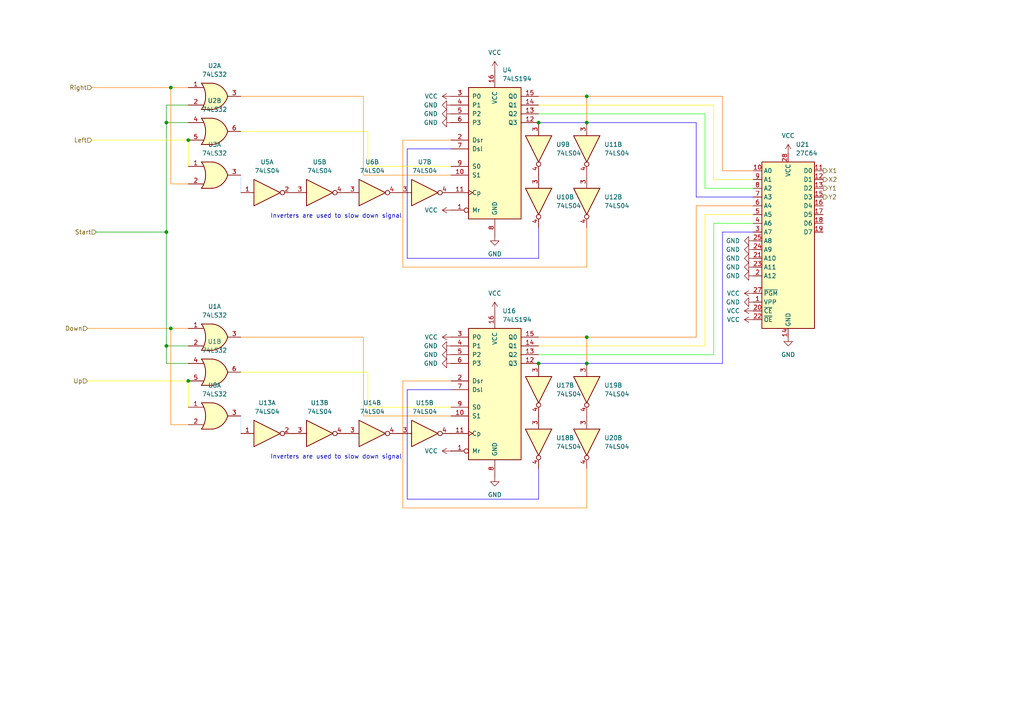
<source format=kicad_sch>
(kicad_sch
	(version 20231120)
	(generator "eeschema")
	(generator_version "8.0")
	(uuid "3a65ad2c-d313-4357-bf4a-b41acd184153")
	(paper "A4")
	(lib_symbols
		(symbol "74xx:74LS04"
			(exclude_from_sim no)
			(in_bom yes)
			(on_board yes)
			(property "Reference" "U"
				(at 0 1.27 0)
				(effects
					(font
						(size 1.27 1.27)
					)
				)
			)
			(property "Value" "74LS04"
				(at 0 -1.27 0)
				(effects
					(font
						(size 1.27 1.27)
					)
				)
			)
			(property "Footprint" ""
				(at 0 0 0)
				(effects
					(font
						(size 1.27 1.27)
					)
					(hide yes)
				)
			)
			(property "Datasheet" "http://www.ti.com/lit/gpn/sn74LS04"
				(at 0 0 0)
				(effects
					(font
						(size 1.27 1.27)
					)
					(hide yes)
				)
			)
			(property "Description" "Hex Inverter"
				(at 0 0 0)
				(effects
					(font
						(size 1.27 1.27)
					)
					(hide yes)
				)
			)
			(property "ki_locked" ""
				(at 0 0 0)
				(effects
					(font
						(size 1.27 1.27)
					)
				)
			)
			(property "ki_keywords" "TTL not inv"
				(at 0 0 0)
				(effects
					(font
						(size 1.27 1.27)
					)
					(hide yes)
				)
			)
			(property "ki_fp_filters" "DIP*W7.62mm* SSOP?14* TSSOP?14*"
				(at 0 0 0)
				(effects
					(font
						(size 1.27 1.27)
					)
					(hide yes)
				)
			)
			(symbol "74LS04_1_0"
				(polyline
					(pts
						(xy -3.81 3.81) (xy -3.81 -3.81) (xy 3.81 0) (xy -3.81 3.81)
					)
					(stroke
						(width 0.254)
						(type default)
					)
					(fill
						(type background)
					)
				)
				(pin input line
					(at -7.62 0 0)
					(length 3.81)
					(name "~"
						(effects
							(font
								(size 1.27 1.27)
							)
						)
					)
					(number "1"
						(effects
							(font
								(size 1.27 1.27)
							)
						)
					)
				)
				(pin output inverted
					(at 7.62 0 180)
					(length 3.81)
					(name "~"
						(effects
							(font
								(size 1.27 1.27)
							)
						)
					)
					(number "2"
						(effects
							(font
								(size 1.27 1.27)
							)
						)
					)
				)
			)
			(symbol "74LS04_2_0"
				(polyline
					(pts
						(xy -3.81 3.81) (xy -3.81 -3.81) (xy 3.81 0) (xy -3.81 3.81)
					)
					(stroke
						(width 0.254)
						(type default)
					)
					(fill
						(type background)
					)
				)
				(pin input line
					(at -7.62 0 0)
					(length 3.81)
					(name "~"
						(effects
							(font
								(size 1.27 1.27)
							)
						)
					)
					(number "3"
						(effects
							(font
								(size 1.27 1.27)
							)
						)
					)
				)
				(pin output inverted
					(at 7.62 0 180)
					(length 3.81)
					(name "~"
						(effects
							(font
								(size 1.27 1.27)
							)
						)
					)
					(number "4"
						(effects
							(font
								(size 1.27 1.27)
							)
						)
					)
				)
			)
			(symbol "74LS04_3_0"
				(polyline
					(pts
						(xy -3.81 3.81) (xy -3.81 -3.81) (xy 3.81 0) (xy -3.81 3.81)
					)
					(stroke
						(width 0.254)
						(type default)
					)
					(fill
						(type background)
					)
				)
				(pin input line
					(at -7.62 0 0)
					(length 3.81)
					(name "~"
						(effects
							(font
								(size 1.27 1.27)
							)
						)
					)
					(number "5"
						(effects
							(font
								(size 1.27 1.27)
							)
						)
					)
				)
				(pin output inverted
					(at 7.62 0 180)
					(length 3.81)
					(name "~"
						(effects
							(font
								(size 1.27 1.27)
							)
						)
					)
					(number "6"
						(effects
							(font
								(size 1.27 1.27)
							)
						)
					)
				)
			)
			(symbol "74LS04_4_0"
				(polyline
					(pts
						(xy -3.81 3.81) (xy -3.81 -3.81) (xy 3.81 0) (xy -3.81 3.81)
					)
					(stroke
						(width 0.254)
						(type default)
					)
					(fill
						(type background)
					)
				)
				(pin output inverted
					(at 7.62 0 180)
					(length 3.81)
					(name "~"
						(effects
							(font
								(size 1.27 1.27)
							)
						)
					)
					(number "8"
						(effects
							(font
								(size 1.27 1.27)
							)
						)
					)
				)
				(pin input line
					(at -7.62 0 0)
					(length 3.81)
					(name "~"
						(effects
							(font
								(size 1.27 1.27)
							)
						)
					)
					(number "9"
						(effects
							(font
								(size 1.27 1.27)
							)
						)
					)
				)
			)
			(symbol "74LS04_5_0"
				(polyline
					(pts
						(xy -3.81 3.81) (xy -3.81 -3.81) (xy 3.81 0) (xy -3.81 3.81)
					)
					(stroke
						(width 0.254)
						(type default)
					)
					(fill
						(type background)
					)
				)
				(pin output inverted
					(at 7.62 0 180)
					(length 3.81)
					(name "~"
						(effects
							(font
								(size 1.27 1.27)
							)
						)
					)
					(number "10"
						(effects
							(font
								(size 1.27 1.27)
							)
						)
					)
				)
				(pin input line
					(at -7.62 0 0)
					(length 3.81)
					(name "~"
						(effects
							(font
								(size 1.27 1.27)
							)
						)
					)
					(number "11"
						(effects
							(font
								(size 1.27 1.27)
							)
						)
					)
				)
			)
			(symbol "74LS04_6_0"
				(polyline
					(pts
						(xy -3.81 3.81) (xy -3.81 -3.81) (xy 3.81 0) (xy -3.81 3.81)
					)
					(stroke
						(width 0.254)
						(type default)
					)
					(fill
						(type background)
					)
				)
				(pin output inverted
					(at 7.62 0 180)
					(length 3.81)
					(name "~"
						(effects
							(font
								(size 1.27 1.27)
							)
						)
					)
					(number "12"
						(effects
							(font
								(size 1.27 1.27)
							)
						)
					)
				)
				(pin input line
					(at -7.62 0 0)
					(length 3.81)
					(name "~"
						(effects
							(font
								(size 1.27 1.27)
							)
						)
					)
					(number "13"
						(effects
							(font
								(size 1.27 1.27)
							)
						)
					)
				)
			)
			(symbol "74LS04_7_0"
				(pin power_in line
					(at 0 12.7 270)
					(length 5.08)
					(name "VCC"
						(effects
							(font
								(size 1.27 1.27)
							)
						)
					)
					(number "14"
						(effects
							(font
								(size 1.27 1.27)
							)
						)
					)
				)
				(pin power_in line
					(at 0 -12.7 90)
					(length 5.08)
					(name "GND"
						(effects
							(font
								(size 1.27 1.27)
							)
						)
					)
					(number "7"
						(effects
							(font
								(size 1.27 1.27)
							)
						)
					)
				)
			)
			(symbol "74LS04_7_1"
				(rectangle
					(start -5.08 7.62)
					(end 5.08 -7.62)
					(stroke
						(width 0.254)
						(type default)
					)
					(fill
						(type background)
					)
				)
			)
		)
		(symbol "74xx:74LS194"
			(pin_names
				(offset 1.016)
			)
			(exclude_from_sim no)
			(in_bom yes)
			(on_board yes)
			(property "Reference" "U"
				(at -7.62 19.05 0)
				(effects
					(font
						(size 1.27 1.27)
					)
				)
			)
			(property "Value" "74LS194"
				(at -7.62 -21.59 0)
				(effects
					(font
						(size 1.27 1.27)
					)
				)
			)
			(property "Footprint" ""
				(at 0 0 0)
				(effects
					(font
						(size 1.27 1.27)
					)
					(hide yes)
				)
			)
			(property "Datasheet" "http://www.ti.com/lit/gpn/sn74LS194"
				(at 0 0 0)
				(effects
					(font
						(size 1.27 1.27)
					)
					(hide yes)
				)
			)
			(property "Description" "Shift Register 4-bit Bidirectional"
				(at 0 0 0)
				(effects
					(font
						(size 1.27 1.27)
					)
					(hide yes)
				)
			)
			(property "ki_locked" ""
				(at 0 0 0)
				(effects
					(font
						(size 1.27 1.27)
					)
				)
			)
			(property "ki_keywords" "TTL RS SR4"
				(at 0 0 0)
				(effects
					(font
						(size 1.27 1.27)
					)
					(hide yes)
				)
			)
			(property "ki_fp_filters" "DIP?16*"
				(at 0 0 0)
				(effects
					(font
						(size 1.27 1.27)
					)
					(hide yes)
				)
			)
			(symbol "74LS194_1_0"
				(pin input inverted
					(at -12.7 -17.78 0)
					(length 5.08)
					(name "Mr"
						(effects
							(font
								(size 1.27 1.27)
							)
						)
					)
					(number "1"
						(effects
							(font
								(size 1.27 1.27)
							)
						)
					)
				)
				(pin input line
					(at -12.7 -7.62 0)
					(length 5.08)
					(name "S1"
						(effects
							(font
								(size 1.27 1.27)
							)
						)
					)
					(number "10"
						(effects
							(font
								(size 1.27 1.27)
							)
						)
					)
				)
				(pin input clock
					(at -12.7 -12.7 0)
					(length 5.08)
					(name "Cp"
						(effects
							(font
								(size 1.27 1.27)
							)
						)
					)
					(number "11"
						(effects
							(font
								(size 1.27 1.27)
							)
						)
					)
				)
				(pin output line
					(at 12.7 7.62 180)
					(length 5.08)
					(name "Q3"
						(effects
							(font
								(size 1.27 1.27)
							)
						)
					)
					(number "12"
						(effects
							(font
								(size 1.27 1.27)
							)
						)
					)
				)
				(pin output line
					(at 12.7 10.16 180)
					(length 5.08)
					(name "Q2"
						(effects
							(font
								(size 1.27 1.27)
							)
						)
					)
					(number "13"
						(effects
							(font
								(size 1.27 1.27)
							)
						)
					)
				)
				(pin output line
					(at 12.7 12.7 180)
					(length 5.08)
					(name "Q1"
						(effects
							(font
								(size 1.27 1.27)
							)
						)
					)
					(number "14"
						(effects
							(font
								(size 1.27 1.27)
							)
						)
					)
				)
				(pin output line
					(at 12.7 15.24 180)
					(length 5.08)
					(name "Q0"
						(effects
							(font
								(size 1.27 1.27)
							)
						)
					)
					(number "15"
						(effects
							(font
								(size 1.27 1.27)
							)
						)
					)
				)
				(pin power_in line
					(at 0 22.86 270)
					(length 5.08)
					(name "VCC"
						(effects
							(font
								(size 1.27 1.27)
							)
						)
					)
					(number "16"
						(effects
							(font
								(size 1.27 1.27)
							)
						)
					)
				)
				(pin input line
					(at -12.7 2.54 0)
					(length 5.08)
					(name "Dsr"
						(effects
							(font
								(size 1.27 1.27)
							)
						)
					)
					(number "2"
						(effects
							(font
								(size 1.27 1.27)
							)
						)
					)
				)
				(pin input line
					(at -12.7 15.24 0)
					(length 5.08)
					(name "P0"
						(effects
							(font
								(size 1.27 1.27)
							)
						)
					)
					(number "3"
						(effects
							(font
								(size 1.27 1.27)
							)
						)
					)
				)
				(pin input line
					(at -12.7 12.7 0)
					(length 5.08)
					(name "P1"
						(effects
							(font
								(size 1.27 1.27)
							)
						)
					)
					(number "4"
						(effects
							(font
								(size 1.27 1.27)
							)
						)
					)
				)
				(pin input line
					(at -12.7 10.16 0)
					(length 5.08)
					(name "P2"
						(effects
							(font
								(size 1.27 1.27)
							)
						)
					)
					(number "5"
						(effects
							(font
								(size 1.27 1.27)
							)
						)
					)
				)
				(pin input line
					(at -12.7 7.62 0)
					(length 5.08)
					(name "P3"
						(effects
							(font
								(size 1.27 1.27)
							)
						)
					)
					(number "6"
						(effects
							(font
								(size 1.27 1.27)
							)
						)
					)
				)
				(pin input line
					(at -12.7 0 0)
					(length 5.08)
					(name "Dsl"
						(effects
							(font
								(size 1.27 1.27)
							)
						)
					)
					(number "7"
						(effects
							(font
								(size 1.27 1.27)
							)
						)
					)
				)
				(pin power_in line
					(at 0 -25.4 90)
					(length 5.08)
					(name "GND"
						(effects
							(font
								(size 1.27 1.27)
							)
						)
					)
					(number "8"
						(effects
							(font
								(size 1.27 1.27)
							)
						)
					)
				)
				(pin input line
					(at -12.7 -5.08 0)
					(length 5.08)
					(name "S0"
						(effects
							(font
								(size 1.27 1.27)
							)
						)
					)
					(number "9"
						(effects
							(font
								(size 1.27 1.27)
							)
						)
					)
				)
			)
			(symbol "74LS194_1_1"
				(rectangle
					(start -7.62 17.78)
					(end 7.62 -20.32)
					(stroke
						(width 0.254)
						(type default)
					)
					(fill
						(type background)
					)
				)
			)
		)
		(symbol "74xx:74LS32"
			(pin_names
				(offset 1.016)
			)
			(exclude_from_sim no)
			(in_bom yes)
			(on_board yes)
			(property "Reference" "U"
				(at 0 1.27 0)
				(effects
					(font
						(size 1.27 1.27)
					)
				)
			)
			(property "Value" "74LS32"
				(at 0 -1.27 0)
				(effects
					(font
						(size 1.27 1.27)
					)
				)
			)
			(property "Footprint" ""
				(at 0 0 0)
				(effects
					(font
						(size 1.27 1.27)
					)
					(hide yes)
				)
			)
			(property "Datasheet" "http://www.ti.com/lit/gpn/sn74LS32"
				(at 0 0 0)
				(effects
					(font
						(size 1.27 1.27)
					)
					(hide yes)
				)
			)
			(property "Description" "Quad 2-input OR"
				(at 0 0 0)
				(effects
					(font
						(size 1.27 1.27)
					)
					(hide yes)
				)
			)
			(property "ki_locked" ""
				(at 0 0 0)
				(effects
					(font
						(size 1.27 1.27)
					)
				)
			)
			(property "ki_keywords" "TTL Or2"
				(at 0 0 0)
				(effects
					(font
						(size 1.27 1.27)
					)
					(hide yes)
				)
			)
			(property "ki_fp_filters" "DIP?14*"
				(at 0 0 0)
				(effects
					(font
						(size 1.27 1.27)
					)
					(hide yes)
				)
			)
			(symbol "74LS32_1_1"
				(arc
					(start -3.81 -3.81)
					(mid -2.589 0)
					(end -3.81 3.81)
					(stroke
						(width 0.254)
						(type default)
					)
					(fill
						(type none)
					)
				)
				(arc
					(start -0.6096 -3.81)
					(mid 2.1842 -2.5851)
					(end 3.81 0)
					(stroke
						(width 0.254)
						(type default)
					)
					(fill
						(type background)
					)
				)
				(polyline
					(pts
						(xy -3.81 -3.81) (xy -0.635 -3.81)
					)
					(stroke
						(width 0.254)
						(type default)
					)
					(fill
						(type background)
					)
				)
				(polyline
					(pts
						(xy -3.81 3.81) (xy -0.635 3.81)
					)
					(stroke
						(width 0.254)
						(type default)
					)
					(fill
						(type background)
					)
				)
				(polyline
					(pts
						(xy -0.635 3.81) (xy -3.81 3.81) (xy -3.81 3.81) (xy -3.556 3.4036) (xy -3.0226 2.2606) (xy -2.6924 1.0414)
						(xy -2.6162 -0.254) (xy -2.7686 -1.4986) (xy -3.175 -2.7178) (xy -3.81 -3.81) (xy -3.81 -3.81)
						(xy -0.635 -3.81)
					)
					(stroke
						(width -25.4)
						(type default)
					)
					(fill
						(type background)
					)
				)
				(arc
					(start 3.81 0)
					(mid 2.1915 2.5936)
					(end -0.6096 3.81)
					(stroke
						(width 0.254)
						(type default)
					)
					(fill
						(type background)
					)
				)
				(pin input line
					(at -7.62 2.54 0)
					(length 4.318)
					(name "~"
						(effects
							(font
								(size 1.27 1.27)
							)
						)
					)
					(number "1"
						(effects
							(font
								(size 1.27 1.27)
							)
						)
					)
				)
				(pin input line
					(at -7.62 -2.54 0)
					(length 4.318)
					(name "~"
						(effects
							(font
								(size 1.27 1.27)
							)
						)
					)
					(number "2"
						(effects
							(font
								(size 1.27 1.27)
							)
						)
					)
				)
				(pin output line
					(at 7.62 0 180)
					(length 3.81)
					(name "~"
						(effects
							(font
								(size 1.27 1.27)
							)
						)
					)
					(number "3"
						(effects
							(font
								(size 1.27 1.27)
							)
						)
					)
				)
			)
			(symbol "74LS32_1_2"
				(arc
					(start 0 -3.81)
					(mid 3.7934 0)
					(end 0 3.81)
					(stroke
						(width 0.254)
						(type default)
					)
					(fill
						(type background)
					)
				)
				(polyline
					(pts
						(xy 0 3.81) (xy -3.81 3.81) (xy -3.81 -3.81) (xy 0 -3.81)
					)
					(stroke
						(width 0.254)
						(type default)
					)
					(fill
						(type background)
					)
				)
				(pin input inverted
					(at -7.62 2.54 0)
					(length 3.81)
					(name "~"
						(effects
							(font
								(size 1.27 1.27)
							)
						)
					)
					(number "1"
						(effects
							(font
								(size 1.27 1.27)
							)
						)
					)
				)
				(pin input inverted
					(at -7.62 -2.54 0)
					(length 3.81)
					(name "~"
						(effects
							(font
								(size 1.27 1.27)
							)
						)
					)
					(number "2"
						(effects
							(font
								(size 1.27 1.27)
							)
						)
					)
				)
				(pin output inverted
					(at 7.62 0 180)
					(length 3.81)
					(name "~"
						(effects
							(font
								(size 1.27 1.27)
							)
						)
					)
					(number "3"
						(effects
							(font
								(size 1.27 1.27)
							)
						)
					)
				)
			)
			(symbol "74LS32_2_1"
				(arc
					(start -3.81 -3.81)
					(mid -2.589 0)
					(end -3.81 3.81)
					(stroke
						(width 0.254)
						(type default)
					)
					(fill
						(type none)
					)
				)
				(arc
					(start -0.6096 -3.81)
					(mid 2.1842 -2.5851)
					(end 3.81 0)
					(stroke
						(width 0.254)
						(type default)
					)
					(fill
						(type background)
					)
				)
				(polyline
					(pts
						(xy -3.81 -3.81) (xy -0.635 -3.81)
					)
					(stroke
						(width 0.254)
						(type default)
					)
					(fill
						(type background)
					)
				)
				(polyline
					(pts
						(xy -3.81 3.81) (xy -0.635 3.81)
					)
					(stroke
						(width 0.254)
						(type default)
					)
					(fill
						(type background)
					)
				)
				(polyline
					(pts
						(xy -0.635 3.81) (xy -3.81 3.81) (xy -3.81 3.81) (xy -3.556 3.4036) (xy -3.0226 2.2606) (xy -2.6924 1.0414)
						(xy -2.6162 -0.254) (xy -2.7686 -1.4986) (xy -3.175 -2.7178) (xy -3.81 -3.81) (xy -3.81 -3.81)
						(xy -0.635 -3.81)
					)
					(stroke
						(width -25.4)
						(type default)
					)
					(fill
						(type background)
					)
				)
				(arc
					(start 3.81 0)
					(mid 2.1915 2.5936)
					(end -0.6096 3.81)
					(stroke
						(width 0.254)
						(type default)
					)
					(fill
						(type background)
					)
				)
				(pin input line
					(at -7.62 2.54 0)
					(length 4.318)
					(name "~"
						(effects
							(font
								(size 1.27 1.27)
							)
						)
					)
					(number "4"
						(effects
							(font
								(size 1.27 1.27)
							)
						)
					)
				)
				(pin input line
					(at -7.62 -2.54 0)
					(length 4.318)
					(name "~"
						(effects
							(font
								(size 1.27 1.27)
							)
						)
					)
					(number "5"
						(effects
							(font
								(size 1.27 1.27)
							)
						)
					)
				)
				(pin output line
					(at 7.62 0 180)
					(length 3.81)
					(name "~"
						(effects
							(font
								(size 1.27 1.27)
							)
						)
					)
					(number "6"
						(effects
							(font
								(size 1.27 1.27)
							)
						)
					)
				)
			)
			(symbol "74LS32_2_2"
				(arc
					(start 0 -3.81)
					(mid 3.7934 0)
					(end 0 3.81)
					(stroke
						(width 0.254)
						(type default)
					)
					(fill
						(type background)
					)
				)
				(polyline
					(pts
						(xy 0 3.81) (xy -3.81 3.81) (xy -3.81 -3.81) (xy 0 -3.81)
					)
					(stroke
						(width 0.254)
						(type default)
					)
					(fill
						(type background)
					)
				)
				(pin input inverted
					(at -7.62 2.54 0)
					(length 3.81)
					(name "~"
						(effects
							(font
								(size 1.27 1.27)
							)
						)
					)
					(number "4"
						(effects
							(font
								(size 1.27 1.27)
							)
						)
					)
				)
				(pin input inverted
					(at -7.62 -2.54 0)
					(length 3.81)
					(name "~"
						(effects
							(font
								(size 1.27 1.27)
							)
						)
					)
					(number "5"
						(effects
							(font
								(size 1.27 1.27)
							)
						)
					)
				)
				(pin output inverted
					(at 7.62 0 180)
					(length 3.81)
					(name "~"
						(effects
							(font
								(size 1.27 1.27)
							)
						)
					)
					(number "6"
						(effects
							(font
								(size 1.27 1.27)
							)
						)
					)
				)
			)
			(symbol "74LS32_3_1"
				(arc
					(start -3.81 -3.81)
					(mid -2.589 0)
					(end -3.81 3.81)
					(stroke
						(width 0.254)
						(type default)
					)
					(fill
						(type none)
					)
				)
				(arc
					(start -0.6096 -3.81)
					(mid 2.1842 -2.5851)
					(end 3.81 0)
					(stroke
						(width 0.254)
						(type default)
					)
					(fill
						(type background)
					)
				)
				(polyline
					(pts
						(xy -3.81 -3.81) (xy -0.635 -3.81)
					)
					(stroke
						(width 0.254)
						(type default)
					)
					(fill
						(type background)
					)
				)
				(polyline
					(pts
						(xy -3.81 3.81) (xy -0.635 3.81)
					)
					(stroke
						(width 0.254)
						(type default)
					)
					(fill
						(type background)
					)
				)
				(polyline
					(pts
						(xy -0.635 3.81) (xy -3.81 3.81) (xy -3.81 3.81) (xy -3.556 3.4036) (xy -3.0226 2.2606) (xy -2.6924 1.0414)
						(xy -2.6162 -0.254) (xy -2.7686 -1.4986) (xy -3.175 -2.7178) (xy -3.81 -3.81) (xy -3.81 -3.81)
						(xy -0.635 -3.81)
					)
					(stroke
						(width -25.4)
						(type default)
					)
					(fill
						(type background)
					)
				)
				(arc
					(start 3.81 0)
					(mid 2.1915 2.5936)
					(end -0.6096 3.81)
					(stroke
						(width 0.254)
						(type default)
					)
					(fill
						(type background)
					)
				)
				(pin input line
					(at -7.62 -2.54 0)
					(length 4.318)
					(name "~"
						(effects
							(font
								(size 1.27 1.27)
							)
						)
					)
					(number "10"
						(effects
							(font
								(size 1.27 1.27)
							)
						)
					)
				)
				(pin output line
					(at 7.62 0 180)
					(length 3.81)
					(name "~"
						(effects
							(font
								(size 1.27 1.27)
							)
						)
					)
					(number "8"
						(effects
							(font
								(size 1.27 1.27)
							)
						)
					)
				)
				(pin input line
					(at -7.62 2.54 0)
					(length 4.318)
					(name "~"
						(effects
							(font
								(size 1.27 1.27)
							)
						)
					)
					(number "9"
						(effects
							(font
								(size 1.27 1.27)
							)
						)
					)
				)
			)
			(symbol "74LS32_3_2"
				(arc
					(start 0 -3.81)
					(mid 3.7934 0)
					(end 0 3.81)
					(stroke
						(width 0.254)
						(type default)
					)
					(fill
						(type background)
					)
				)
				(polyline
					(pts
						(xy 0 3.81) (xy -3.81 3.81) (xy -3.81 -3.81) (xy 0 -3.81)
					)
					(stroke
						(width 0.254)
						(type default)
					)
					(fill
						(type background)
					)
				)
				(pin input inverted
					(at -7.62 -2.54 0)
					(length 3.81)
					(name "~"
						(effects
							(font
								(size 1.27 1.27)
							)
						)
					)
					(number "10"
						(effects
							(font
								(size 1.27 1.27)
							)
						)
					)
				)
				(pin output inverted
					(at 7.62 0 180)
					(length 3.81)
					(name "~"
						(effects
							(font
								(size 1.27 1.27)
							)
						)
					)
					(number "8"
						(effects
							(font
								(size 1.27 1.27)
							)
						)
					)
				)
				(pin input inverted
					(at -7.62 2.54 0)
					(length 3.81)
					(name "~"
						(effects
							(font
								(size 1.27 1.27)
							)
						)
					)
					(number "9"
						(effects
							(font
								(size 1.27 1.27)
							)
						)
					)
				)
			)
			(symbol "74LS32_4_1"
				(arc
					(start -3.81 -3.81)
					(mid -2.589 0)
					(end -3.81 3.81)
					(stroke
						(width 0.254)
						(type default)
					)
					(fill
						(type none)
					)
				)
				(arc
					(start -0.6096 -3.81)
					(mid 2.1842 -2.5851)
					(end 3.81 0)
					(stroke
						(width 0.254)
						(type default)
					)
					(fill
						(type background)
					)
				)
				(polyline
					(pts
						(xy -3.81 -3.81) (xy -0.635 -3.81)
					)
					(stroke
						(width 0.254)
						(type default)
					)
					(fill
						(type background)
					)
				)
				(polyline
					(pts
						(xy -3.81 3.81) (xy -0.635 3.81)
					)
					(stroke
						(width 0.254)
						(type default)
					)
					(fill
						(type background)
					)
				)
				(polyline
					(pts
						(xy -0.635 3.81) (xy -3.81 3.81) (xy -3.81 3.81) (xy -3.556 3.4036) (xy -3.0226 2.2606) (xy -2.6924 1.0414)
						(xy -2.6162 -0.254) (xy -2.7686 -1.4986) (xy -3.175 -2.7178) (xy -3.81 -3.81) (xy -3.81 -3.81)
						(xy -0.635 -3.81)
					)
					(stroke
						(width -25.4)
						(type default)
					)
					(fill
						(type background)
					)
				)
				(arc
					(start 3.81 0)
					(mid 2.1915 2.5936)
					(end -0.6096 3.81)
					(stroke
						(width 0.254)
						(type default)
					)
					(fill
						(type background)
					)
				)
				(pin output line
					(at 7.62 0 180)
					(length 3.81)
					(name "~"
						(effects
							(font
								(size 1.27 1.27)
							)
						)
					)
					(number "11"
						(effects
							(font
								(size 1.27 1.27)
							)
						)
					)
				)
				(pin input line
					(at -7.62 2.54 0)
					(length 4.318)
					(name "~"
						(effects
							(font
								(size 1.27 1.27)
							)
						)
					)
					(number "12"
						(effects
							(font
								(size 1.27 1.27)
							)
						)
					)
				)
				(pin input line
					(at -7.62 -2.54 0)
					(length 4.318)
					(name "~"
						(effects
							(font
								(size 1.27 1.27)
							)
						)
					)
					(number "13"
						(effects
							(font
								(size 1.27 1.27)
							)
						)
					)
				)
			)
			(symbol "74LS32_4_2"
				(arc
					(start 0 -3.81)
					(mid 3.7934 0)
					(end 0 3.81)
					(stroke
						(width 0.254)
						(type default)
					)
					(fill
						(type background)
					)
				)
				(polyline
					(pts
						(xy 0 3.81) (xy -3.81 3.81) (xy -3.81 -3.81) (xy 0 -3.81)
					)
					(stroke
						(width 0.254)
						(type default)
					)
					(fill
						(type background)
					)
				)
				(pin output inverted
					(at 7.62 0 180)
					(length 3.81)
					(name "~"
						(effects
							(font
								(size 1.27 1.27)
							)
						)
					)
					(number "11"
						(effects
							(font
								(size 1.27 1.27)
							)
						)
					)
				)
				(pin input inverted
					(at -7.62 2.54 0)
					(length 3.81)
					(name "~"
						(effects
							(font
								(size 1.27 1.27)
							)
						)
					)
					(number "12"
						(effects
							(font
								(size 1.27 1.27)
							)
						)
					)
				)
				(pin input inverted
					(at -7.62 -2.54 0)
					(length 3.81)
					(name "~"
						(effects
							(font
								(size 1.27 1.27)
							)
						)
					)
					(number "13"
						(effects
							(font
								(size 1.27 1.27)
							)
						)
					)
				)
			)
			(symbol "74LS32_5_0"
				(pin power_in line
					(at 0 12.7 270)
					(length 5.08)
					(name "VCC"
						(effects
							(font
								(size 1.27 1.27)
							)
						)
					)
					(number "14"
						(effects
							(font
								(size 1.27 1.27)
							)
						)
					)
				)
				(pin power_in line
					(at 0 -12.7 90)
					(length 5.08)
					(name "GND"
						(effects
							(font
								(size 1.27 1.27)
							)
						)
					)
					(number "7"
						(effects
							(font
								(size 1.27 1.27)
							)
						)
					)
				)
			)
			(symbol "74LS32_5_1"
				(rectangle
					(start -5.08 7.62)
					(end 5.08 -7.62)
					(stroke
						(width 0.254)
						(type default)
					)
					(fill
						(type background)
					)
				)
			)
		)
		(symbol "Memory_EPROM:27C64"
			(exclude_from_sim no)
			(in_bom yes)
			(on_board yes)
			(property "Reference" "U"
				(at -7.62 24.13 0)
				(effects
					(font
						(size 1.27 1.27)
					)
				)
			)
			(property "Value" "27C64"
				(at 2.54 -26.67 0)
				(effects
					(font
						(size 1.27 1.27)
					)
					(justify left)
				)
			)
			(property "Footprint" "Package_DIP:DIP-28_W15.24mm"
				(at 0 0 0)
				(effects
					(font
						(size 1.27 1.27)
					)
					(hide yes)
				)
			)
			(property "Datasheet" "http://ww1.microchip.com/downloads/en/DeviceDoc/11107M.pdf"
				(at 0 0 0)
				(effects
					(font
						(size 1.27 1.27)
					)
					(hide yes)
				)
			)
			(property "Description" "OTP EPROM 64 KiBit, [Obsolete 2004-01]"
				(at 0 0 0)
				(effects
					(font
						(size 1.27 1.27)
					)
					(hide yes)
				)
			)
			(property "ki_keywords" "OTP EPROM 64KiBit"
				(at 0 0 0)
				(effects
					(font
						(size 1.27 1.27)
					)
					(hide yes)
				)
			)
			(property "ki_fp_filters" "DIP*W15.24mm*"
				(at 0 0 0)
				(effects
					(font
						(size 1.27 1.27)
					)
					(hide yes)
				)
			)
			(symbol "27C64_1_1"
				(rectangle
					(start -7.62 22.86)
					(end 7.62 -25.4)
					(stroke
						(width 0.254)
						(type default)
					)
					(fill
						(type background)
					)
				)
				(pin input line
					(at -10.16 -17.78 0)
					(length 2.54)
					(name "VPP"
						(effects
							(font
								(size 1.27 1.27)
							)
						)
					)
					(number "1"
						(effects
							(font
								(size 1.27 1.27)
							)
						)
					)
				)
				(pin input line
					(at -10.16 20.32 0)
					(length 2.54)
					(name "A0"
						(effects
							(font
								(size 1.27 1.27)
							)
						)
					)
					(number "10"
						(effects
							(font
								(size 1.27 1.27)
							)
						)
					)
				)
				(pin tri_state line
					(at 10.16 20.32 180)
					(length 2.54)
					(name "D0"
						(effects
							(font
								(size 1.27 1.27)
							)
						)
					)
					(number "11"
						(effects
							(font
								(size 1.27 1.27)
							)
						)
					)
				)
				(pin tri_state line
					(at 10.16 17.78 180)
					(length 2.54)
					(name "D1"
						(effects
							(font
								(size 1.27 1.27)
							)
						)
					)
					(number "12"
						(effects
							(font
								(size 1.27 1.27)
							)
						)
					)
				)
				(pin tri_state line
					(at 10.16 15.24 180)
					(length 2.54)
					(name "D2"
						(effects
							(font
								(size 1.27 1.27)
							)
						)
					)
					(number "13"
						(effects
							(font
								(size 1.27 1.27)
							)
						)
					)
				)
				(pin power_in line
					(at 0 -27.94 90)
					(length 2.54)
					(name "GND"
						(effects
							(font
								(size 1.27 1.27)
							)
						)
					)
					(number "14"
						(effects
							(font
								(size 1.27 1.27)
							)
						)
					)
				)
				(pin tri_state line
					(at 10.16 12.7 180)
					(length 2.54)
					(name "D3"
						(effects
							(font
								(size 1.27 1.27)
							)
						)
					)
					(number "15"
						(effects
							(font
								(size 1.27 1.27)
							)
						)
					)
				)
				(pin tri_state line
					(at 10.16 10.16 180)
					(length 2.54)
					(name "D4"
						(effects
							(font
								(size 1.27 1.27)
							)
						)
					)
					(number "16"
						(effects
							(font
								(size 1.27 1.27)
							)
						)
					)
				)
				(pin tri_state line
					(at 10.16 7.62 180)
					(length 2.54)
					(name "D5"
						(effects
							(font
								(size 1.27 1.27)
							)
						)
					)
					(number "17"
						(effects
							(font
								(size 1.27 1.27)
							)
						)
					)
				)
				(pin tri_state line
					(at 10.16 5.08 180)
					(length 2.54)
					(name "D6"
						(effects
							(font
								(size 1.27 1.27)
							)
						)
					)
					(number "18"
						(effects
							(font
								(size 1.27 1.27)
							)
						)
					)
				)
				(pin tri_state line
					(at 10.16 2.54 180)
					(length 2.54)
					(name "D7"
						(effects
							(font
								(size 1.27 1.27)
							)
						)
					)
					(number "19"
						(effects
							(font
								(size 1.27 1.27)
							)
						)
					)
				)
				(pin input line
					(at -10.16 -10.16 0)
					(length 2.54)
					(name "A12"
						(effects
							(font
								(size 1.27 1.27)
							)
						)
					)
					(number "2"
						(effects
							(font
								(size 1.27 1.27)
							)
						)
					)
				)
				(pin input line
					(at -10.16 -20.32 0)
					(length 2.54)
					(name "~{CE}"
						(effects
							(font
								(size 1.27 1.27)
							)
						)
					)
					(number "20"
						(effects
							(font
								(size 1.27 1.27)
							)
						)
					)
				)
				(pin input line
					(at -10.16 -5.08 0)
					(length 2.54)
					(name "A10"
						(effects
							(font
								(size 1.27 1.27)
							)
						)
					)
					(number "21"
						(effects
							(font
								(size 1.27 1.27)
							)
						)
					)
				)
				(pin input line
					(at -10.16 -22.86 0)
					(length 2.54)
					(name "~{OE}"
						(effects
							(font
								(size 1.27 1.27)
							)
						)
					)
					(number "22"
						(effects
							(font
								(size 1.27 1.27)
							)
						)
					)
				)
				(pin input line
					(at -10.16 -7.62 0)
					(length 2.54)
					(name "A11"
						(effects
							(font
								(size 1.27 1.27)
							)
						)
					)
					(number "23"
						(effects
							(font
								(size 1.27 1.27)
							)
						)
					)
				)
				(pin input line
					(at -10.16 -2.54 0)
					(length 2.54)
					(name "A9"
						(effects
							(font
								(size 1.27 1.27)
							)
						)
					)
					(number "24"
						(effects
							(font
								(size 1.27 1.27)
							)
						)
					)
				)
				(pin input line
					(at -10.16 0 0)
					(length 2.54)
					(name "A8"
						(effects
							(font
								(size 1.27 1.27)
							)
						)
					)
					(number "25"
						(effects
							(font
								(size 1.27 1.27)
							)
						)
					)
				)
				(pin no_connect line
					(at 7.62 0 180)
					(length 2.54) hide
					(name "NC"
						(effects
							(font
								(size 1.27 1.27)
							)
						)
					)
					(number "26"
						(effects
							(font
								(size 1.27 1.27)
							)
						)
					)
				)
				(pin input line
					(at -10.16 -15.24 0)
					(length 2.54)
					(name "~{PGM}"
						(effects
							(font
								(size 1.27 1.27)
							)
						)
					)
					(number "27"
						(effects
							(font
								(size 1.27 1.27)
							)
						)
					)
				)
				(pin power_in line
					(at 0 25.4 270)
					(length 2.54)
					(name "VCC"
						(effects
							(font
								(size 1.27 1.27)
							)
						)
					)
					(number "28"
						(effects
							(font
								(size 1.27 1.27)
							)
						)
					)
				)
				(pin input line
					(at -10.16 2.54 0)
					(length 2.54)
					(name "A7"
						(effects
							(font
								(size 1.27 1.27)
							)
						)
					)
					(number "3"
						(effects
							(font
								(size 1.27 1.27)
							)
						)
					)
				)
				(pin input line
					(at -10.16 5.08 0)
					(length 2.54)
					(name "A6"
						(effects
							(font
								(size 1.27 1.27)
							)
						)
					)
					(number "4"
						(effects
							(font
								(size 1.27 1.27)
							)
						)
					)
				)
				(pin input line
					(at -10.16 7.62 0)
					(length 2.54)
					(name "A5"
						(effects
							(font
								(size 1.27 1.27)
							)
						)
					)
					(number "5"
						(effects
							(font
								(size 1.27 1.27)
							)
						)
					)
				)
				(pin input line
					(at -10.16 10.16 0)
					(length 2.54)
					(name "A4"
						(effects
							(font
								(size 1.27 1.27)
							)
						)
					)
					(number "6"
						(effects
							(font
								(size 1.27 1.27)
							)
						)
					)
				)
				(pin input line
					(at -10.16 12.7 0)
					(length 2.54)
					(name "A3"
						(effects
							(font
								(size 1.27 1.27)
							)
						)
					)
					(number "7"
						(effects
							(font
								(size 1.27 1.27)
							)
						)
					)
				)
				(pin input line
					(at -10.16 15.24 0)
					(length 2.54)
					(name "A2"
						(effects
							(font
								(size 1.27 1.27)
							)
						)
					)
					(number "8"
						(effects
							(font
								(size 1.27 1.27)
							)
						)
					)
				)
				(pin input line
					(at -10.16 17.78 0)
					(length 2.54)
					(name "A1"
						(effects
							(font
								(size 1.27 1.27)
							)
						)
					)
					(number "9"
						(effects
							(font
								(size 1.27 1.27)
							)
						)
					)
				)
			)
		)
		(symbol "power:GND"
			(power)
			(pin_numbers hide)
			(pin_names
				(offset 0) hide)
			(exclude_from_sim no)
			(in_bom yes)
			(on_board yes)
			(property "Reference" "#PWR"
				(at 0 -6.35 0)
				(effects
					(font
						(size 1.27 1.27)
					)
					(hide yes)
				)
			)
			(property "Value" "GND"
				(at 0 -3.81 0)
				(effects
					(font
						(size 1.27 1.27)
					)
				)
			)
			(property "Footprint" ""
				(at 0 0 0)
				(effects
					(font
						(size 1.27 1.27)
					)
					(hide yes)
				)
			)
			(property "Datasheet" ""
				(at 0 0 0)
				(effects
					(font
						(size 1.27 1.27)
					)
					(hide yes)
				)
			)
			(property "Description" "Power symbol creates a global label with name \"GND\" , ground"
				(at 0 0 0)
				(effects
					(font
						(size 1.27 1.27)
					)
					(hide yes)
				)
			)
			(property "ki_keywords" "global power"
				(at 0 0 0)
				(effects
					(font
						(size 1.27 1.27)
					)
					(hide yes)
				)
			)
			(symbol "GND_0_1"
				(polyline
					(pts
						(xy 0 0) (xy 0 -1.27) (xy 1.27 -1.27) (xy 0 -2.54) (xy -1.27 -1.27) (xy 0 -1.27)
					)
					(stroke
						(width 0)
						(type default)
					)
					(fill
						(type none)
					)
				)
			)
			(symbol "GND_1_1"
				(pin power_in line
					(at 0 0 270)
					(length 0)
					(name "~"
						(effects
							(font
								(size 1.27 1.27)
							)
						)
					)
					(number "1"
						(effects
							(font
								(size 1.27 1.27)
							)
						)
					)
				)
			)
		)
		(symbol "power:VCC"
			(power)
			(pin_numbers hide)
			(pin_names
				(offset 0) hide)
			(exclude_from_sim no)
			(in_bom yes)
			(on_board yes)
			(property "Reference" "#PWR"
				(at 0 -3.81 0)
				(effects
					(font
						(size 1.27 1.27)
					)
					(hide yes)
				)
			)
			(property "Value" "VCC"
				(at 0 3.556 0)
				(effects
					(font
						(size 1.27 1.27)
					)
				)
			)
			(property "Footprint" ""
				(at 0 0 0)
				(effects
					(font
						(size 1.27 1.27)
					)
					(hide yes)
				)
			)
			(property "Datasheet" ""
				(at 0 0 0)
				(effects
					(font
						(size 1.27 1.27)
					)
					(hide yes)
				)
			)
			(property "Description" "Power symbol creates a global label with name \"VCC\""
				(at 0 0 0)
				(effects
					(font
						(size 1.27 1.27)
					)
					(hide yes)
				)
			)
			(property "ki_keywords" "global power"
				(at 0 0 0)
				(effects
					(font
						(size 1.27 1.27)
					)
					(hide yes)
				)
			)
			(symbol "VCC_0_1"
				(polyline
					(pts
						(xy -0.762 1.27) (xy 0 2.54)
					)
					(stroke
						(width 0)
						(type default)
					)
					(fill
						(type none)
					)
				)
				(polyline
					(pts
						(xy 0 0) (xy 0 2.54)
					)
					(stroke
						(width 0)
						(type default)
					)
					(fill
						(type none)
					)
				)
				(polyline
					(pts
						(xy 0 2.54) (xy 0.762 1.27)
					)
					(stroke
						(width 0)
						(type default)
					)
					(fill
						(type none)
					)
				)
			)
			(symbol "VCC_1_1"
				(pin power_in line
					(at 0 0 90)
					(length 0)
					(name "~"
						(effects
							(font
								(size 1.27 1.27)
							)
						)
					)
					(number "1"
						(effects
							(font
								(size 1.27 1.27)
							)
						)
					)
				)
			)
		)
	)
	(junction
		(at 48.26 100.33)
		(diameter 0)
		(color 0 0 0 0)
		(uuid "10ec944c-a408-4a58-a1af-30e77fb36f20")
	)
	(junction
		(at 170.18 105.41)
		(diameter 0)
		(color 0 0 0 0)
		(uuid "1eb256dc-1a8a-4585-b4e8-02e899a98cbd")
	)
	(junction
		(at 156.21 35.56)
		(diameter 0)
		(color 0 0 0 0)
		(uuid "2e1e27ef-6fa2-44cf-b537-b73fcb794364")
	)
	(junction
		(at 156.21 105.41)
		(diameter 0)
		(color 0 0 0 0)
		(uuid "372f0fe6-3def-4990-973e-6f3ec281928e")
	)
	(junction
		(at 170.18 35.56)
		(diameter 0)
		(color 0 0 0 0)
		(uuid "50f008b5-dc48-407c-8444-1112df5ab117")
	)
	(junction
		(at 49.53 95.25)
		(diameter 0)
		(color 0 0 0 0)
		(uuid "57e46a48-d0e4-45df-911b-9b87cdd74b63")
	)
	(junction
		(at 48.26 67.31)
		(diameter 0)
		(color 0 0 0 0)
		(uuid "63af66ca-de7d-407b-ac86-59485930863c")
	)
	(junction
		(at 170.18 97.79)
		(diameter 0)
		(color 0 0 0 0)
		(uuid "647a62b8-39dd-4989-b583-26914439bb1d")
	)
	(junction
		(at 48.26 35.56)
		(diameter 0)
		(color 0 0 0 0)
		(uuid "8bb699ae-4c80-4644-8ded-5e9c223db855")
	)
	(junction
		(at 170.18 27.94)
		(diameter 0)
		(color 0 0 0 0)
		(uuid "9af96d0b-14d6-4f09-adde-2418f0086336")
	)
	(junction
		(at 54.61 40.64)
		(diameter 0)
		(color 0 0 0 0)
		(uuid "9b70b3da-fc21-4ae1-8de2-cf8c89f9a50f")
	)
	(junction
		(at 49.53 25.4)
		(diameter 0)
		(color 0 0 0 0)
		(uuid "cc049bf7-b004-44b9-ac61-3a1ac79509d9")
	)
	(junction
		(at 54.61 110.49)
		(diameter 0)
		(color 0 0 0 0)
		(uuid "ec2436dd-3463-4689-a3f9-46da91e6ef23")
	)
	(wire
		(pts
			(xy 118.11 144.78) (xy 118.11 113.03)
		)
		(stroke
			(width 0)
			(type default)
			(color 26 2 255 1)
		)
		(uuid "082007dd-53ed-4a01-a68d-c9e6a7f1b2aa")
	)
	(wire
		(pts
			(xy 54.61 110.49) (xy 54.61 118.11)
		)
		(stroke
			(width 0)
			(type default)
			(color 254 255 0 1)
		)
		(uuid "1873b60e-ff3b-4c16-b448-ec5193161845")
	)
	(wire
		(pts
			(xy 105.41 50.8) (xy 130.81 50.8)
		)
		(stroke
			(width 0)
			(type default)
			(color 255 132 0 1)
		)
		(uuid "18d8903a-3898-4205-a9eb-e193cbe58191")
	)
	(wire
		(pts
			(xy 118.11 113.03) (xy 130.81 113.03)
		)
		(stroke
			(width 0)
			(type default)
			(color 26 2 255 1)
		)
		(uuid "1905ffe6-3784-4250-af2b-6521959ae8cb")
	)
	(wire
		(pts
			(xy 48.26 30.48) (xy 54.61 30.48)
		)
		(stroke
			(width 0)
			(type default)
		)
		(uuid "1c72147a-9f19-4d14-8be7-bd88d37b564b")
	)
	(wire
		(pts
			(xy 54.61 40.64) (xy 54.61 48.26)
		)
		(stroke
			(width 0)
			(type default)
			(color 254 255 0 1)
		)
		(uuid "2166ba97-d488-4164-8b7b-79489565c051")
	)
	(wire
		(pts
			(xy 116.84 40.64) (xy 116.84 77.47)
		)
		(stroke
			(width 0)
			(type default)
			(color 255 130 0 1)
		)
		(uuid "2435b6fc-12c1-4ac8-ab9f-21589d7186b6")
	)
	(wire
		(pts
			(xy 69.85 97.79) (xy 105.41 97.79)
		)
		(stroke
			(width 0)
			(type default)
			(color 255 132 0 1)
		)
		(uuid "249b2ee5-3925-4d63-ac2b-71ad4a2f910b")
	)
	(wire
		(pts
			(xy 170.18 27.94) (xy 209.55 27.94)
		)
		(stroke
			(width 0)
			(type default)
			(color 255 109 0 1)
		)
		(uuid "2730b508-2701-4d8e-9e66-f775b6025936")
	)
	(wire
		(pts
			(xy 156.21 66.04) (xy 156.21 74.93)
		)
		(stroke
			(width 0)
			(type default)
			(color 26 2 255 1)
		)
		(uuid "2b03fbfa-e3cf-466f-a6be-523d6f56e785")
	)
	(wire
		(pts
			(xy 48.26 100.33) (xy 48.26 105.41)
		)
		(stroke
			(width 0)
			(type default)
		)
		(uuid "2fc4c282-591f-40be-ba9a-8012ecccf071")
	)
	(wire
		(pts
			(xy 69.85 38.1) (xy 106.68 38.1)
		)
		(stroke
			(width 0)
			(type default)
			(color 254 255 0 1)
		)
		(uuid "31d84d9c-89a7-467a-9c34-98dffe9e6252")
	)
	(wire
		(pts
			(xy 106.68 48.26) (xy 130.81 48.26)
		)
		(stroke
			(width 0)
			(type default)
			(color 254 255 0 1)
		)
		(uuid "32175a51-17af-4066-8a1f-9ea99faec045")
	)
	(wire
		(pts
			(xy 207.01 64.77) (xy 218.44 64.77)
		)
		(stroke
			(width 0)
			(type default)
			(color 19 255 0 1)
		)
		(uuid "369d668f-84cb-4718-aea9-37c6125ee4f3")
	)
	(wire
		(pts
			(xy 170.18 135.89) (xy 170.18 147.32)
		)
		(stroke
			(width 0)
			(type default)
			(color 255 130 0 1)
		)
		(uuid "3f01da89-ff2a-49ab-8056-1fab4586b36e")
	)
	(wire
		(pts
			(xy 105.41 27.94) (xy 105.41 50.8)
		)
		(stroke
			(width 0)
			(type default)
			(color 255 132 0 1)
		)
		(uuid "40cf70ac-9110-4059-abad-09725a21010d")
	)
	(wire
		(pts
			(xy 209.55 27.94) (xy 209.55 49.53)
		)
		(stroke
			(width 0)
			(type default)
			(color 255 109 0 1)
		)
		(uuid "41e879ac-ddee-47d4-a4f6-16ebcbaf2793")
	)
	(wire
		(pts
			(xy 156.21 33.02) (xy 204.47 33.02)
		)
		(stroke
			(width 0)
			(type default)
			(color 19 255 0 1)
		)
		(uuid "439e0c27-fa57-49ca-a3d6-2f044141f067")
	)
	(wire
		(pts
			(xy 26.67 25.4) (xy 49.53 25.4)
		)
		(stroke
			(width 0)
			(type default)
			(color 255 132 0 1)
		)
		(uuid "441e8d9d-84d3-4a31-bd21-cc00b61045bc")
	)
	(wire
		(pts
			(xy 156.21 30.48) (xy 207.01 30.48)
		)
		(stroke
			(width 0)
			(type default)
			(color 255 239 0 1)
		)
		(uuid "47e19693-834b-4e49-a133-3b32d94e2c19")
	)
	(wire
		(pts
			(xy 209.55 67.31) (xy 218.44 67.31)
		)
		(stroke
			(width 0)
			(type default)
			(color 26 2 255 1)
		)
		(uuid "49f41319-632b-492d-82c6-7825c1e74e05")
	)
	(wire
		(pts
			(xy 201.93 97.79) (xy 201.93 59.69)
		)
		(stroke
			(width 0)
			(type default)
			(color 255 109 0 1)
		)
		(uuid "49f8ca7a-e422-4dc3-8e1e-74d33771146e")
	)
	(wire
		(pts
			(xy 48.26 67.31) (xy 48.26 100.33)
		)
		(stroke
			(width 0)
			(type default)
		)
		(uuid "4fde7562-c189-4600-b7af-b9eedc6f1dff")
	)
	(wire
		(pts
			(xy 156.21 105.41) (xy 170.18 105.41)
		)
		(stroke
			(width 0)
			(type default)
			(color 26 2 255 1)
		)
		(uuid "50009728-5636-4e5a-bb9b-995bb06f0141")
	)
	(wire
		(pts
			(xy 170.18 35.56) (xy 170.18 27.94)
		)
		(stroke
			(width 0)
			(type default)
			(color 255 109 0 1)
		)
		(uuid "526a80e5-a135-4517-a275-507ba736fd1f")
	)
	(wire
		(pts
			(xy 48.26 30.48) (xy 48.26 35.56)
		)
		(stroke
			(width 0)
			(type default)
		)
		(uuid "5745e343-f027-44be-8a4c-813d592f8626")
	)
	(wire
		(pts
			(xy 25.4 95.25) (xy 49.53 95.25)
		)
		(stroke
			(width 0)
			(type default)
			(color 255 132 0 1)
		)
		(uuid "57f0e67d-af8d-44d2-90bc-759008c5a953")
	)
	(wire
		(pts
			(xy 156.21 135.89) (xy 156.21 144.78)
		)
		(stroke
			(width 0)
			(type default)
			(color 26 2 255 1)
		)
		(uuid "585562fc-f012-499e-b3e9-b99ef22867ed")
	)
	(wire
		(pts
			(xy 118.11 74.93) (xy 118.11 43.18)
		)
		(stroke
			(width 0)
			(type default)
			(color 26 2 255 1)
		)
		(uuid "58e30fb2-5493-4c59-9d2a-2294ae2965c2")
	)
	(wire
		(pts
			(xy 106.68 107.95) (xy 106.68 118.11)
		)
		(stroke
			(width 0)
			(type default)
			(color 254 255 0 1)
		)
		(uuid "59cda65b-22df-4dd9-8c01-05a212b2acae")
	)
	(wire
		(pts
			(xy 204.47 33.02) (xy 204.47 54.61)
		)
		(stroke
			(width 0)
			(type default)
			(color 19 255 0 1)
		)
		(uuid "5cb0498b-1b6c-4df8-948c-f4314b225b3f")
	)
	(wire
		(pts
			(xy 106.68 38.1) (xy 106.68 48.26)
		)
		(stroke
			(width 0)
			(type default)
			(color 254 255 0 1)
		)
		(uuid "603f299f-c90a-4ad6-bccf-7135abc33490")
	)
	(wire
		(pts
			(xy 170.18 105.41) (xy 170.18 97.79)
		)
		(stroke
			(width 0)
			(type default)
			(color 255 109 0 1)
		)
		(uuid "6341081c-170e-439c-8113-81d044be7655")
	)
	(wire
		(pts
			(xy 170.18 147.32) (xy 116.84 147.32)
		)
		(stroke
			(width 0)
			(type default)
			(color 255 130 0 1)
		)
		(uuid "63c98702-c81d-475a-8a5d-0f24b0abbbaa")
	)
	(wire
		(pts
			(xy 49.53 25.4) (xy 54.61 25.4)
		)
		(stroke
			(width 0)
			(type default)
			(color 255 132 0 1)
		)
		(uuid "6be34fd0-24b8-4f04-8aa9-2809f7b2b613")
	)
	(wire
		(pts
			(xy 207.01 30.48) (xy 207.01 52.07)
		)
		(stroke
			(width 0)
			(type default)
			(color 255 239 0 1)
		)
		(uuid "6c471c68-a4d8-4f87-8b55-8d452f60862e")
	)
	(wire
		(pts
			(xy 201.93 59.69) (xy 218.44 59.69)
		)
		(stroke
			(width 0)
			(type default)
			(color 255 109 0 1)
		)
		(uuid "787be681-aa41-4444-875f-981b66369da6")
	)
	(wire
		(pts
			(xy 49.53 25.4) (xy 49.53 53.34)
		)
		(stroke
			(width 0)
			(type default)
			(color 255 132 0 1)
		)
		(uuid "7c1a1bd7-b8bb-45ca-8727-917c94133bab")
	)
	(wire
		(pts
			(xy 170.18 66.04) (xy 170.18 77.47)
		)
		(stroke
			(width 0)
			(type default)
			(color 255 130 0 1)
		)
		(uuid "83e4774d-fd9a-43cb-89a1-be3e9caa621f")
	)
	(wire
		(pts
			(xy 207.01 102.87) (xy 207.01 64.77)
		)
		(stroke
			(width 0)
			(type default)
			(color 19 255 0 1)
		)
		(uuid "83fe6ef0-847f-42c1-81e9-82bb3329424a")
	)
	(wire
		(pts
			(xy 170.18 35.56) (xy 201.93 35.56)
		)
		(stroke
			(width 0)
			(type default)
			(color 26 2 255 1)
		)
		(uuid "84695129-15a3-4cd4-9c31-eee5a0db8cd5")
	)
	(wire
		(pts
			(xy 170.18 77.47) (xy 116.84 77.47)
		)
		(stroke
			(width 0)
			(type default)
			(color 255 130 0 1)
		)
		(uuid "84789ca5-0f50-4da1-81a8-cdff1ead5c62")
	)
	(wire
		(pts
			(xy 204.47 54.61) (xy 218.44 54.61)
		)
		(stroke
			(width 0)
			(type default)
			(color 19 255 0 1)
		)
		(uuid "87a58feb-80e0-4e55-ba39-dbb1728f389f")
	)
	(wire
		(pts
			(xy 69.85 120.65) (xy 69.85 125.73)
		)
		(stroke
			(width 0)
			(type default)
			(color 191 214 255 1)
		)
		(uuid "88a14b44-b937-411c-a222-43e1059934e0")
	)
	(wire
		(pts
			(xy 25.4 110.49) (xy 54.61 110.49)
		)
		(stroke
			(width 0)
			(type default)
			(color 254 255 0 1)
		)
		(uuid "8965d752-57d7-49cf-b613-b67c596fe40a")
	)
	(wire
		(pts
			(xy 116.84 110.49) (xy 116.84 147.32)
		)
		(stroke
			(width 0)
			(type default)
			(color 255 130 0 1)
		)
		(uuid "8e914165-41a3-4bd0-b9b9-03cb9e24c05a")
	)
	(wire
		(pts
			(xy 49.53 95.25) (xy 49.53 123.19)
		)
		(stroke
			(width 0)
			(type default)
			(color 255 132 0 1)
		)
		(uuid "8f07ca3f-254c-464f-93ca-d261a672199b")
	)
	(wire
		(pts
			(xy 170.18 97.79) (xy 156.21 97.79)
		)
		(stroke
			(width 0)
			(type default)
			(color 255 109 0 1)
		)
		(uuid "91cf29ec-1cb0-4c07-b8f5-ac0f1b97d902")
	)
	(wire
		(pts
			(xy 49.53 95.25) (xy 54.61 95.25)
		)
		(stroke
			(width 0)
			(type default)
			(color 255 132 0 1)
		)
		(uuid "92217183-37fe-466a-b6b8-a2c305c0e9d1")
	)
	(wire
		(pts
			(xy 204.47 62.23) (xy 218.44 62.23)
		)
		(stroke
			(width 0)
			(type default)
			(color 255 239 0 1)
		)
		(uuid "96dce01e-271e-46b5-8d0c-dc6f5132a803")
	)
	(wire
		(pts
			(xy 26.67 40.64) (xy 54.61 40.64)
		)
		(stroke
			(width 0)
			(type default)
			(color 254 255 0 1)
		)
		(uuid "9bd9c290-516f-40b4-acd3-9ac028ec39f2")
	)
	(wire
		(pts
			(xy 105.41 120.65) (xy 130.81 120.65)
		)
		(stroke
			(width 0)
			(type default)
			(color 255 132 0 1)
		)
		(uuid "9cce8ce2-656c-4c88-b402-837f0eaa2a1b")
	)
	(wire
		(pts
			(xy 204.47 100.33) (xy 204.47 62.23)
		)
		(stroke
			(width 0)
			(type default)
			(color 255 239 0 1)
		)
		(uuid "a08f213b-bbd3-4f19-bb9f-acb1854b107d")
	)
	(wire
		(pts
			(xy 156.21 102.87) (xy 207.01 102.87)
		)
		(stroke
			(width 0)
			(type default)
			(color 19 255 0 1)
		)
		(uuid "a42def7a-8de2-41b1-befb-9e22f1a415c9")
	)
	(wire
		(pts
			(xy 116.84 40.64) (xy 130.81 40.64)
		)
		(stroke
			(width 0)
			(type default)
			(color 255 130 0 1)
		)
		(uuid "a8004859-7cfe-4a9a-9592-6c8ef1cc82cd")
	)
	(wire
		(pts
			(xy 156.21 100.33) (xy 204.47 100.33)
		)
		(stroke
			(width 0)
			(type default)
			(color 255 239 0 1)
		)
		(uuid "aa5f3d56-324e-4789-8bb3-0fcc36605bc3")
	)
	(wire
		(pts
			(xy 156.21 74.93) (xy 118.11 74.93)
		)
		(stroke
			(width 0)
			(type default)
			(color 26 2 255 1)
		)
		(uuid "ab3e51f2-8994-4640-9213-9eed7ba66938")
	)
	(wire
		(pts
			(xy 69.85 50.8) (xy 69.85 55.88)
		)
		(stroke
			(width 0)
			(type default)
			(color 191 214 255 1)
		)
		(uuid "b7cafbf7-d9b0-4681-9485-a944ffc4aee0")
	)
	(wire
		(pts
			(xy 156.21 35.56) (xy 170.18 35.56)
		)
		(stroke
			(width 0)
			(type default)
			(color 26 2 255 1)
		)
		(uuid "bb239098-1e59-4a34-94f5-30149ffe0832")
	)
	(wire
		(pts
			(xy 207.01 52.07) (xy 218.44 52.07)
		)
		(stroke
			(width 0)
			(type default)
			(color 255 239 0 1)
		)
		(uuid "c2e86b26-e13b-4c7e-915b-3fcbda996ff9")
	)
	(wire
		(pts
			(xy 48.26 35.56) (xy 54.61 35.56)
		)
		(stroke
			(width 0)
			(type default)
		)
		(uuid "c386d362-de5c-412a-b8fd-5bc096a87113")
	)
	(wire
		(pts
			(xy 209.55 105.41) (xy 209.55 67.31)
		)
		(stroke
			(width 0)
			(type default)
			(color 26 2 255 1)
		)
		(uuid "c4cd83e7-4995-43ff-9fe4-3478e3c94577")
	)
	(wire
		(pts
			(xy 49.53 123.19) (xy 54.61 123.19)
		)
		(stroke
			(width 0)
			(type default)
			(color 255 132 0 1)
		)
		(uuid "c6f737b6-0cca-475b-b377-ba90afe8f19b")
	)
	(wire
		(pts
			(xy 69.85 107.95) (xy 106.68 107.95)
		)
		(stroke
			(width 0)
			(type default)
			(color 254 255 0 1)
		)
		(uuid "c7ff024c-7c60-4ebb-a3a7-71098580530b")
	)
	(wire
		(pts
			(xy 170.18 105.41) (xy 209.55 105.41)
		)
		(stroke
			(width 0)
			(type default)
			(color 26 2 255 1)
		)
		(uuid "cce80132-4cec-4c34-a5a8-34e66a612ace")
	)
	(wire
		(pts
			(xy 170.18 97.79) (xy 201.93 97.79)
		)
		(stroke
			(width 0)
			(type default)
			(color 255 109 0 1)
		)
		(uuid "cfdd91f6-e928-4006-ae88-72d92daf8a42")
	)
	(wire
		(pts
			(xy 156.21 144.78) (xy 118.11 144.78)
		)
		(stroke
			(width 0)
			(type default)
			(color 26 2 255 1)
		)
		(uuid "d0acaa4c-c05d-4448-a330-4d3db9eebe80")
	)
	(wire
		(pts
			(xy 118.11 43.18) (xy 130.81 43.18)
		)
		(stroke
			(width 0)
			(type default)
			(color 26 2 255 1)
		)
		(uuid "d1a1449d-7f1e-4211-8e46-6d2a839bec95")
	)
	(wire
		(pts
			(xy 106.68 118.11) (xy 130.81 118.11)
		)
		(stroke
			(width 0)
			(type default)
			(color 254 255 0 1)
		)
		(uuid "d4c76e71-3fd6-45a3-bb84-a39945d016af")
	)
	(wire
		(pts
			(xy 48.26 35.56) (xy 48.26 67.31)
		)
		(stroke
			(width 0)
			(type default)
		)
		(uuid "d6c41a46-ab87-4d0c-91c3-9012e129b1f1")
	)
	(wire
		(pts
			(xy 209.55 49.53) (xy 218.44 49.53)
		)
		(stroke
			(width 0)
			(type default)
			(color 255 109 0 1)
		)
		(uuid "e0089ab2-cdbc-4cbd-be11-8d0e625304b3")
	)
	(wire
		(pts
			(xy 48.26 105.41) (xy 54.61 105.41)
		)
		(stroke
			(width 0)
			(type default)
		)
		(uuid "e385b4e0-aaf7-447d-9de3-2bd1a61225fd")
	)
	(wire
		(pts
			(xy 170.18 27.94) (xy 156.21 27.94)
		)
		(stroke
			(width 0)
			(type default)
			(color 255 109 0 1)
		)
		(uuid "e5cc8d97-40f4-44f8-b710-93b460b8b496")
	)
	(wire
		(pts
			(xy 69.85 27.94) (xy 105.41 27.94)
		)
		(stroke
			(width 0)
			(type default)
			(color 255 132 0 1)
		)
		(uuid "e6f5135c-a9b3-403f-83ae-3fef027d15c1")
	)
	(wire
		(pts
			(xy 49.53 53.34) (xy 54.61 53.34)
		)
		(stroke
			(width 0)
			(type default)
			(color 255 132 0 1)
		)
		(uuid "e92f0034-531b-45af-83ce-ec8f3bdc8f3b")
	)
	(wire
		(pts
			(xy 27.94 67.31) (xy 48.26 67.31)
		)
		(stroke
			(width 0)
			(type default)
		)
		(uuid "eb2019b5-4e51-4fcf-a76a-b596a55ed5bf")
	)
	(wire
		(pts
			(xy 201.93 35.56) (xy 201.93 57.15)
		)
		(stroke
			(width 0)
			(type default)
			(color 26 2 255 1)
		)
		(uuid "eba51e8d-558a-4bd8-8e9c-da6632690cd1")
	)
	(wire
		(pts
			(xy 116.84 110.49) (xy 130.81 110.49)
		)
		(stroke
			(width 0)
			(type default)
			(color 255 130 0 1)
		)
		(uuid "ef917d9c-88b1-4dff-8d1b-71e8fa7572eb")
	)
	(wire
		(pts
			(xy 105.41 97.79) (xy 105.41 120.65)
		)
		(stroke
			(width 0)
			(type default)
			(color 255 132 0 1)
		)
		(uuid "f0804183-ceb7-4698-859c-e26fefdb9787")
	)
	(wire
		(pts
			(xy 48.26 100.33) (xy 54.61 100.33)
		)
		(stroke
			(width 0)
			(type default)
		)
		(uuid "f947bf1a-9467-4ece-a202-a57d109a2abc")
	)
	(wire
		(pts
			(xy 201.93 57.15) (xy 218.44 57.15)
		)
		(stroke
			(width 0)
			(type default)
			(color 26 2 255 1)
		)
		(uuid "fea446a1-2cce-4f3b-8edc-c8dc96719843")
	)
	(text "Inverters are used to slow down signal"
		(exclude_from_sim no)
		(at 97.536 132.588 0)
		(effects
			(font
				(size 1.27 1.27)
			)
		)
		(uuid "787a4158-2f9d-4552-9634-165e4db814f4")
	)
	(text "Inverters are used to slow down signal"
		(exclude_from_sim no)
		(at 97.536 62.738 0)
		(effects
			(font
				(size 1.27 1.27)
			)
		)
		(uuid "8adb1f5e-933f-41a9-a68e-b645621ce79b")
	)
	(hierarchical_label "Y1"
		(shape output)
		(at 238.76 54.61 0)
		(fields_autoplaced yes)
		(effects
			(font
				(size 1.27 1.27)
			)
			(justify left)
		)
		(uuid "05d06094-503d-4656-909f-c671584d9ee9")
	)
	(hierarchical_label "X1"
		(shape output)
		(at 238.76 49.53 0)
		(fields_autoplaced yes)
		(effects
			(font
				(size 1.27 1.27)
			)
			(justify left)
		)
		(uuid "154fda06-0832-43d1-a334-870ab2086a94")
	)
	(hierarchical_label "Up"
		(shape input)
		(at 25.4 110.49 180)
		(fields_autoplaced yes)
		(effects
			(font
				(size 1.27 1.27)
			)
			(justify right)
		)
		(uuid "56da0f3a-dee0-453e-890e-e3d4ccbc4cad")
	)
	(hierarchical_label "Y2"
		(shape output)
		(at 238.76 57.15 0)
		(fields_autoplaced yes)
		(effects
			(font
				(size 1.27 1.27)
			)
			(justify left)
		)
		(uuid "6b58c705-995a-4e0a-a526-0a01042e9419")
	)
	(hierarchical_label "Right"
		(shape input)
		(at 26.67 25.4 180)
		(fields_autoplaced yes)
		(effects
			(font
				(size 1.27 1.27)
			)
			(justify right)
		)
		(uuid "8acabd5b-71ca-4630-8f7b-4391129474bd")
	)
	(hierarchical_label "X2"
		(shape output)
		(at 238.76 52.07 0)
		(fields_autoplaced yes)
		(effects
			(font
				(size 1.27 1.27)
			)
			(justify left)
		)
		(uuid "93344c7b-746d-440c-a44e-d41461a88855")
	)
	(hierarchical_label "Down"
		(shape input)
		(at 25.4 95.25 180)
		(fields_autoplaced yes)
		(effects
			(font
				(size 1.27 1.27)
			)
			(justify right)
		)
		(uuid "9b046299-fd4d-4399-8e32-9c5e86130881")
	)
	(hierarchical_label "Start"
		(shape input)
		(at 27.94 67.31 180)
		(fields_autoplaced yes)
		(effects
			(font
				(size 1.27 1.27)
			)
			(justify right)
		)
		(uuid "a100d3d4-fd99-4023-868d-b25e1ef2a6d1")
	)
	(hierarchical_label "Left"
		(shape input)
		(at 26.67 40.64 180)
		(fields_autoplaced yes)
		(effects
			(font
				(size 1.27 1.27)
			)
			(justify right)
		)
		(uuid "d0f8df38-c6bd-4725-8e7a-03430ad17651")
	)
	(symbol
		(lib_id "power:GND")
		(at 218.44 80.01 270)
		(unit 1)
		(exclude_from_sim no)
		(in_bom yes)
		(on_board yes)
		(dnp no)
		(fields_autoplaced yes)
		(uuid "01b8bf13-0bfc-4304-a464-c56808fc1dc4")
		(property "Reference" "#PWR019"
			(at 212.09 80.01 0)
			(effects
				(font
					(size 1.27 1.27)
				)
				(hide yes)
			)
		)
		(property "Value" "GND"
			(at 214.63 80.0099 90)
			(effects
				(font
					(size 1.27 1.27)
				)
				(justify right)
			)
		)
		(property "Footprint" ""
			(at 218.44 80.01 0)
			(effects
				(font
					(size 1.27 1.27)
				)
				(hide yes)
			)
		)
		(property "Datasheet" ""
			(at 218.44 80.01 0)
			(effects
				(font
					(size 1.27 1.27)
				)
				(hide yes)
			)
		)
		(property "Description" "Power symbol creates a global label with name \"GND\" , ground"
			(at 218.44 80.01 0)
			(effects
				(font
					(size 1.27 1.27)
				)
				(hide yes)
			)
		)
		(pin "1"
			(uuid "1a3b3806-163d-4f88-a70f-51e737f7fe38")
		)
		(instances
			(project "Pac-Man"
				(path "/5d392bb7-a2f8-4373-a070-9bf2073d9b08/27fc2961-0024-4600-9fbb-4098fc8d4bbd"
					(reference "#PWR019")
					(unit 1)
				)
			)
		)
	)
	(symbol
		(lib_id "74xx:74LS194")
		(at 143.51 113.03 0)
		(unit 1)
		(exclude_from_sim no)
		(in_bom yes)
		(on_board yes)
		(dnp no)
		(fields_autoplaced yes)
		(uuid "0a0ff0fb-3f9c-45b5-a61d-9bfa5bfd5620")
		(property "Reference" "U16"
			(at 145.7041 90.17 0)
			(effects
				(font
					(size 1.27 1.27)
				)
				(justify left)
			)
		)
		(property "Value" "74LS194"
			(at 145.7041 92.71 0)
			(effects
				(font
					(size 1.27 1.27)
				)
				(justify left)
			)
		)
		(property "Footprint" ""
			(at 143.51 113.03 0)
			(effects
				(font
					(size 1.27 1.27)
				)
				(hide yes)
			)
		)
		(property "Datasheet" "http://www.ti.com/lit/gpn/sn74LS194"
			(at 143.51 113.03 0)
			(effects
				(font
					(size 1.27 1.27)
				)
				(hide yes)
			)
		)
		(property "Description" "Shift Register 4-bit Bidirectional"
			(at 143.51 113.03 0)
			(effects
				(font
					(size 1.27 1.27)
				)
				(hide yes)
			)
		)
		(pin "10"
			(uuid "25c0ee82-080f-4a1f-8e9e-7127b84ba061")
		)
		(pin "1"
			(uuid "6f278251-152d-4ab3-aa95-7ee527092756")
		)
		(pin "11"
			(uuid "79c9a752-88b2-415e-ae12-a5c8cc4d33b2")
		)
		(pin "12"
			(uuid "88b6f802-65f6-4b2b-9ec0-a6814a48df6c")
		)
		(pin "8"
			(uuid "d04081b7-efb3-4064-9fd4-40b1033c5b11")
		)
		(pin "14"
			(uuid "c4630f93-8ac4-4d45-8f8a-bb84d833a150")
		)
		(pin "3"
			(uuid "0a4d34f2-c2a5-4dd9-97b8-e38a525b8a07")
		)
		(pin "15"
			(uuid "5d0dff99-a5ae-4624-9aad-ea39ec0ef957")
		)
		(pin "7"
			(uuid "ced21698-40db-48bb-bbc4-167029192781")
		)
		(pin "13"
			(uuid "9728ae31-5463-4a0d-bb2a-44f998412e65")
		)
		(pin "2"
			(uuid "01864522-1245-41f9-8bee-1577c5dcb31a")
		)
		(pin "16"
			(uuid "4eb5319a-36ff-4241-911c-e5db9e9380ee")
		)
		(pin "4"
			(uuid "55376419-7de8-4cd6-9d5d-ef4b83a27aac")
		)
		(pin "9"
			(uuid "972c059b-50d8-4c73-809c-2c5457bdff30")
		)
		(pin "6"
			(uuid "8cbb0ef2-be8f-444d-bf19-cd20cb95288a")
		)
		(pin "5"
			(uuid "b0515882-5404-4346-998d-0a9c4c4e31df")
		)
		(instances
			(project "Pac-Man"
				(path "/5d392bb7-a2f8-4373-a070-9bf2073d9b08/27fc2961-0024-4600-9fbb-4098fc8d4bbd"
					(reference "U16")
					(unit 1)
				)
			)
		)
	)
	(symbol
		(lib_id "power:VCC")
		(at 143.51 20.32 0)
		(unit 1)
		(exclude_from_sim no)
		(in_bom yes)
		(on_board yes)
		(dnp no)
		(fields_autoplaced yes)
		(uuid "0f96ef85-2f5b-4964-a3c7-6a68514b663d")
		(property "Reference" "#PWR010"
			(at 143.51 24.13 0)
			(effects
				(font
					(size 1.27 1.27)
				)
				(hide yes)
			)
		)
		(property "Value" "VCC"
			(at 143.51 15.24 0)
			(effects
				(font
					(size 1.27 1.27)
				)
			)
		)
		(property "Footprint" ""
			(at 143.51 20.32 0)
			(effects
				(font
					(size 1.27 1.27)
				)
				(hide yes)
			)
		)
		(property "Datasheet" ""
			(at 143.51 20.32 0)
			(effects
				(font
					(size 1.27 1.27)
				)
				(hide yes)
			)
		)
		(property "Description" "Power symbol creates a global label with name \"VCC\""
			(at 143.51 20.32 0)
			(effects
				(font
					(size 1.27 1.27)
				)
				(hide yes)
			)
		)
		(pin "1"
			(uuid "bdaccda8-f131-42e9-8c4e-8c0995cf76d8")
		)
		(instances
			(project "Circuit 5"
				(path "/5d392bb7-a2f8-4373-a070-9bf2073d9b08/27fc2961-0024-4600-9fbb-4098fc8d4bbd"
					(reference "#PWR010")
					(unit 1)
				)
			)
			(project "Circuit 5"
				(path "/ab9615a4-0aa7-40d9-8df4-24c2a985ff87"
					(reference "#PWR010")
					(unit 1)
				)
			)
		)
	)
	(symbol
		(lib_id "power:GND")
		(at 130.81 100.33 270)
		(unit 1)
		(exclude_from_sim no)
		(in_bom yes)
		(on_board yes)
		(dnp no)
		(fields_autoplaced yes)
		(uuid "0ffe1598-2e12-4de6-87ee-fe1f068ef003")
		(property "Reference" "#PWR01"
			(at 124.46 100.33 0)
			(effects
				(font
					(size 1.27 1.27)
				)
				(hide yes)
			)
		)
		(property "Value" "GND"
			(at 127 100.3299 90)
			(effects
				(font
					(size 1.27 1.27)
				)
				(justify right)
			)
		)
		(property "Footprint" ""
			(at 130.81 100.33 0)
			(effects
				(font
					(size 1.27 1.27)
				)
				(hide yes)
			)
		)
		(property "Datasheet" ""
			(at 130.81 100.33 0)
			(effects
				(font
					(size 1.27 1.27)
				)
				(hide yes)
			)
		)
		(property "Description" "Power symbol creates a global label with name \"GND\" , ground"
			(at 130.81 100.33 0)
			(effects
				(font
					(size 1.27 1.27)
				)
				(hide yes)
			)
		)
		(pin "1"
			(uuid "121feb91-77ab-4234-a087-7eadad817d7f")
		)
		(instances
			(project "Pac-Man"
				(path "/5d392bb7-a2f8-4373-a070-9bf2073d9b08/27fc2961-0024-4600-9fbb-4098fc8d4bbd"
					(reference "#PWR01")
					(unit 1)
				)
			)
		)
	)
	(symbol
		(lib_id "power:GND")
		(at 130.81 33.02 270)
		(unit 1)
		(exclude_from_sim no)
		(in_bom yes)
		(on_board yes)
		(dnp no)
		(fields_autoplaced yes)
		(uuid "12d14676-38c6-44db-b9db-2b0f31b1bdaa")
		(property "Reference" "#PWR06"
			(at 124.46 33.02 0)
			(effects
				(font
					(size 1.27 1.27)
				)
				(hide yes)
			)
		)
		(property "Value" "GND"
			(at 127 33.0199 90)
			(effects
				(font
					(size 1.27 1.27)
				)
				(justify right)
			)
		)
		(property "Footprint" ""
			(at 130.81 33.02 0)
			(effects
				(font
					(size 1.27 1.27)
				)
				(hide yes)
			)
		)
		(property "Datasheet" ""
			(at 130.81 33.02 0)
			(effects
				(font
					(size 1.27 1.27)
				)
				(hide yes)
			)
		)
		(property "Description" "Power symbol creates a global label with name \"GND\" , ground"
			(at 130.81 33.02 0)
			(effects
				(font
					(size 1.27 1.27)
				)
				(hide yes)
			)
		)
		(pin "1"
			(uuid "75a95b1e-0258-4d75-899b-7a413c11f41a")
		)
		(instances
			(project "Circuit 5"
				(path "/5d392bb7-a2f8-4373-a070-9bf2073d9b08/27fc2961-0024-4600-9fbb-4098fc8d4bbd"
					(reference "#PWR06")
					(unit 1)
				)
			)
			(project "Circuit 5"
				(path "/ab9615a4-0aa7-40d9-8df4-24c2a985ff87"
					(reference "#PWR06")
					(unit 1)
				)
			)
		)
	)
	(symbol
		(lib_id "74xx:74LS04")
		(at 156.21 113.03 270)
		(unit 2)
		(exclude_from_sim no)
		(in_bom yes)
		(on_board yes)
		(dnp no)
		(fields_autoplaced yes)
		(uuid "1354dbcd-23e6-451b-b60c-efb1fc91fde5")
		(property "Reference" "U17"
			(at 161.29 111.7599 90)
			(effects
				(font
					(size 1.27 1.27)
				)
				(justify left)
			)
		)
		(property "Value" "74LS04"
			(at 161.29 114.2999 90)
			(effects
				(font
					(size 1.27 1.27)
				)
				(justify left)
			)
		)
		(property "Footprint" ""
			(at 156.21 113.03 0)
			(effects
				(font
					(size 1.27 1.27)
				)
				(hide yes)
			)
		)
		(property "Datasheet" "http://www.ti.com/lit/gpn/sn74LS04"
			(at 156.21 113.03 0)
			(effects
				(font
					(size 1.27 1.27)
				)
				(hide yes)
			)
		)
		(property "Description" "Hex Inverter"
			(at 156.21 113.03 0)
			(effects
				(font
					(size 1.27 1.27)
				)
				(hide yes)
			)
		)
		(pin "3"
			(uuid "e15ad955-76ce-4f5a-a629-a26cf8ad0f9b")
		)
		(pin "1"
			(uuid "2d03a968-f788-4685-924c-d6299eb37f06")
		)
		(pin "11"
			(uuid "dbc81014-885d-4ddb-9a5c-aa3a025cc74e")
		)
		(pin "14"
			(uuid "7fcda9d3-697b-4b19-8014-25e516c88a92")
		)
		(pin "2"
			(uuid "05bd04ad-abac-4e71-8907-6a2c778b3062")
		)
		(pin "10"
			(uuid "8d7421a5-7e16-44a1-99eb-e93015900581")
		)
		(pin "5"
			(uuid "04f47e17-d6d3-40ef-9077-a0b979578bcc")
		)
		(pin "9"
			(uuid "5bed6630-6244-40a1-ac21-46c7030a5d83")
		)
		(pin "8"
			(uuid "f848fa29-7fcf-4c89-8892-3e4f8b3624c8")
		)
		(pin "6"
			(uuid "6c0d0786-3db7-418b-bde2-edfb5baf0a57")
		)
		(pin "13"
			(uuid "13cc5bdf-b081-48a3-a57b-1d8b2d4067a4")
		)
		(pin "12"
			(uuid "6595e4f6-7e44-4960-8050-8705739ab755")
		)
		(pin "7"
			(uuid "85c1f440-4663-46a4-a416-2035a55f43a2")
		)
		(pin "4"
			(uuid "e28e78ad-1352-4061-a7fa-b855d5e9307d")
		)
		(instances
			(project "Pac-Man"
				(path "/5d392bb7-a2f8-4373-a070-9bf2073d9b08/27fc2961-0024-4600-9fbb-4098fc8d4bbd"
					(reference "U17")
					(unit 2)
				)
			)
		)
	)
	(symbol
		(lib_id "power:VCC")
		(at 228.6 44.45 0)
		(unit 1)
		(exclude_from_sim no)
		(in_bom yes)
		(on_board yes)
		(dnp no)
		(fields_autoplaced yes)
		(uuid "1a5c5309-eb9e-44ee-852f-4bd6ba9c9128")
		(property "Reference" "#PWR022"
			(at 228.6 48.26 0)
			(effects
				(font
					(size 1.27 1.27)
				)
				(hide yes)
			)
		)
		(property "Value" "VCC"
			(at 228.6 39.37 0)
			(effects
				(font
					(size 1.27 1.27)
				)
			)
		)
		(property "Footprint" ""
			(at 228.6 44.45 0)
			(effects
				(font
					(size 1.27 1.27)
				)
				(hide yes)
			)
		)
		(property "Datasheet" ""
			(at 228.6 44.45 0)
			(effects
				(font
					(size 1.27 1.27)
				)
				(hide yes)
			)
		)
		(property "Description" "Power symbol creates a global label with name \"VCC\""
			(at 228.6 44.45 0)
			(effects
				(font
					(size 1.27 1.27)
				)
				(hide yes)
			)
		)
		(pin "1"
			(uuid "5f5765f9-a416-4f83-a272-a8ab770e9196")
		)
		(instances
			(project "Pac-Man"
				(path "/5d392bb7-a2f8-4373-a070-9bf2073d9b08/27fc2961-0024-4600-9fbb-4098fc8d4bbd"
					(reference "#PWR022")
					(unit 1)
				)
			)
		)
	)
	(symbol
		(lib_id "74xx:74LS04")
		(at 156.21 43.18 270)
		(unit 2)
		(exclude_from_sim no)
		(in_bom yes)
		(on_board yes)
		(dnp no)
		(fields_autoplaced yes)
		(uuid "1c7a5492-7869-43bc-999b-b4c4f14d5937")
		(property "Reference" "U9"
			(at 161.29 41.9099 90)
			(effects
				(font
					(size 1.27 1.27)
				)
				(justify left)
			)
		)
		(property "Value" "74LS04"
			(at 161.29 44.4499 90)
			(effects
				(font
					(size 1.27 1.27)
				)
				(justify left)
			)
		)
		(property "Footprint" ""
			(at 156.21 43.18 0)
			(effects
				(font
					(size 1.27 1.27)
				)
				(hide yes)
			)
		)
		(property "Datasheet" "http://www.ti.com/lit/gpn/sn74LS04"
			(at 156.21 43.18 0)
			(effects
				(font
					(size 1.27 1.27)
				)
				(hide yes)
			)
		)
		(property "Description" "Hex Inverter"
			(at 156.21 43.18 0)
			(effects
				(font
					(size 1.27 1.27)
				)
				(hide yes)
			)
		)
		(pin "3"
			(uuid "f1ecac43-181b-4cde-9893-fe7d25e4f0cb")
		)
		(pin "1"
			(uuid "2d03a968-f788-4685-924c-d6299eb37f07")
		)
		(pin "11"
			(uuid "dbc81014-885d-4ddb-9a5c-aa3a025cc74f")
		)
		(pin "14"
			(uuid "7fcda9d3-697b-4b19-8014-25e516c88a93")
		)
		(pin "2"
			(uuid "05bd04ad-abac-4e71-8907-6a2c778b3063")
		)
		(pin "10"
			(uuid "8d7421a5-7e16-44a1-99eb-e93015900582")
		)
		(pin "5"
			(uuid "04f47e17-d6d3-40ef-9077-a0b979578bcd")
		)
		(pin "9"
			(uuid "5bed6630-6244-40a1-ac21-46c7030a5d84")
		)
		(pin "8"
			(uuid "f848fa29-7fcf-4c89-8892-3e4f8b3624c9")
		)
		(pin "6"
			(uuid "6c0d0786-3db7-418b-bde2-edfb5baf0a58")
		)
		(pin "13"
			(uuid "13cc5bdf-b081-48a3-a57b-1d8b2d4067a5")
		)
		(pin "12"
			(uuid "6595e4f6-7e44-4960-8050-8705739ab756")
		)
		(pin "7"
			(uuid "85c1f440-4663-46a4-a416-2035a55f43a3")
		)
		(pin "4"
			(uuid "08f222d5-7071-4a43-b795-2717e40f1699")
		)
		(instances
			(project "Circuit 5"
				(path "/5d392bb7-a2f8-4373-a070-9bf2073d9b08/27fc2961-0024-4600-9fbb-4098fc8d4bbd"
					(reference "U9")
					(unit 2)
				)
			)
			(project "Circuit 5"
				(path "/ab9615a4-0aa7-40d9-8df4-24c2a985ff87"
					(reference "U9")
					(unit 2)
				)
			)
		)
	)
	(symbol
		(lib_id "74xx:74LS04")
		(at 123.19 55.88 0)
		(unit 2)
		(exclude_from_sim no)
		(in_bom yes)
		(on_board yes)
		(dnp no)
		(fields_autoplaced yes)
		(uuid "28e6d167-c3e0-4441-9320-a9dbb7161a33")
		(property "Reference" "U7"
			(at 123.19 46.99 0)
			(effects
				(font
					(size 1.27 1.27)
				)
			)
		)
		(property "Value" "74LS04"
			(at 123.19 49.53 0)
			(effects
				(font
					(size 1.27 1.27)
				)
			)
		)
		(property "Footprint" ""
			(at 123.19 55.88 0)
			(effects
				(font
					(size 1.27 1.27)
				)
				(hide yes)
			)
		)
		(property "Datasheet" "http://www.ti.com/lit/gpn/sn74LS04"
			(at 123.19 55.88 0)
			(effects
				(font
					(size 1.27 1.27)
				)
				(hide yes)
			)
		)
		(property "Description" "Hex Inverter"
			(at 123.19 55.88 0)
			(effects
				(font
					(size 1.27 1.27)
				)
				(hide yes)
			)
		)
		(pin "3"
			(uuid "f77c4e63-1b11-4ad0-bdd8-df4e3aa14c16")
		)
		(pin "1"
			(uuid "2d03a968-f788-4685-924c-d6299eb37f08")
		)
		(pin "11"
			(uuid "dbc81014-885d-4ddb-9a5c-aa3a025cc750")
		)
		(pin "14"
			(uuid "7fcda9d3-697b-4b19-8014-25e516c88a94")
		)
		(pin "2"
			(uuid "05bd04ad-abac-4e71-8907-6a2c778b3064")
		)
		(pin "10"
			(uuid "8d7421a5-7e16-44a1-99eb-e93015900583")
		)
		(pin "5"
			(uuid "04f47e17-d6d3-40ef-9077-a0b979578bce")
		)
		(pin "9"
			(uuid "5bed6630-6244-40a1-ac21-46c7030a5d85")
		)
		(pin "8"
			(uuid "f848fa29-7fcf-4c89-8892-3e4f8b3624ca")
		)
		(pin "6"
			(uuid "6c0d0786-3db7-418b-bde2-edfb5baf0a59")
		)
		(pin "13"
			(uuid "13cc5bdf-b081-48a3-a57b-1d8b2d4067a6")
		)
		(pin "12"
			(uuid "6595e4f6-7e44-4960-8050-8705739ab757")
		)
		(pin "7"
			(uuid "85c1f440-4663-46a4-a416-2035a55f43a4")
		)
		(pin "4"
			(uuid "f1fb1594-ae8c-49a1-a415-2ea40482e438")
		)
		(instances
			(project "Circuit 5"
				(path "/5d392bb7-a2f8-4373-a070-9bf2073d9b08/27fc2961-0024-4600-9fbb-4098fc8d4bbd"
					(reference "U7")
					(unit 2)
				)
			)
			(project "Circuit 5"
				(path "/ab9615a4-0aa7-40d9-8df4-24c2a985ff87"
					(reference "U7")
					(unit 2)
				)
			)
		)
	)
	(symbol
		(lib_id "power:VCC")
		(at 218.44 90.17 90)
		(unit 1)
		(exclude_from_sim no)
		(in_bom yes)
		(on_board yes)
		(dnp no)
		(fields_autoplaced yes)
		(uuid "29c35c63-4a82-4065-9677-9018979e4e4a")
		(property "Reference" "#PWR023"
			(at 222.25 90.17 0)
			(effects
				(font
					(size 1.27 1.27)
				)
				(hide yes)
			)
		)
		(property "Value" "VCC"
			(at 214.63 90.1699 90)
			(effects
				(font
					(size 1.27 1.27)
				)
				(justify left)
			)
		)
		(property "Footprint" ""
			(at 218.44 90.17 0)
			(effects
				(font
					(size 1.27 1.27)
				)
				(hide yes)
			)
		)
		(property "Datasheet" ""
			(at 218.44 90.17 0)
			(effects
				(font
					(size 1.27 1.27)
				)
				(hide yes)
			)
		)
		(property "Description" "Power symbol creates a global label with name \"VCC\""
			(at 218.44 90.17 0)
			(effects
				(font
					(size 1.27 1.27)
				)
				(hide yes)
			)
		)
		(pin "1"
			(uuid "3ef453d8-43d1-4689-aae6-f81bc153e479")
		)
		(instances
			(project "Pac-Man"
				(path "/5d392bb7-a2f8-4373-a070-9bf2073d9b08/27fc2961-0024-4600-9fbb-4098fc8d4bbd"
					(reference "#PWR023")
					(unit 1)
				)
			)
		)
	)
	(symbol
		(lib_id "74xx:74LS04")
		(at 170.18 58.42 270)
		(unit 2)
		(exclude_from_sim no)
		(in_bom yes)
		(on_board yes)
		(dnp no)
		(fields_autoplaced yes)
		(uuid "30625fb1-c8b2-4c8a-a40f-34c2b56ab27d")
		(property "Reference" "U12"
			(at 175.26 57.1499 90)
			(effects
				(font
					(size 1.27 1.27)
				)
				(justify left)
			)
		)
		(property "Value" "74LS04"
			(at 175.26 59.6899 90)
			(effects
				(font
					(size 1.27 1.27)
				)
				(justify left)
			)
		)
		(property "Footprint" ""
			(at 170.18 58.42 0)
			(effects
				(font
					(size 1.27 1.27)
				)
				(hide yes)
			)
		)
		(property "Datasheet" "http://www.ti.com/lit/gpn/sn74LS04"
			(at 170.18 58.42 0)
			(effects
				(font
					(size 1.27 1.27)
				)
				(hide yes)
			)
		)
		(property "Description" "Hex Inverter"
			(at 170.18 58.42 0)
			(effects
				(font
					(size 1.27 1.27)
				)
				(hide yes)
			)
		)
		(pin "3"
			(uuid "6cd3f4f9-5ba7-4738-9af7-df3a21ef1a78")
		)
		(pin "1"
			(uuid "2d03a968-f788-4685-924c-d6299eb37f09")
		)
		(pin "11"
			(uuid "dbc81014-885d-4ddb-9a5c-aa3a025cc751")
		)
		(pin "14"
			(uuid "7fcda9d3-697b-4b19-8014-25e516c88a95")
		)
		(pin "2"
			(uuid "05bd04ad-abac-4e71-8907-6a2c778b3065")
		)
		(pin "10"
			(uuid "8d7421a5-7e16-44a1-99eb-e93015900584")
		)
		(pin "5"
			(uuid "04f47e17-d6d3-40ef-9077-a0b979578bcf")
		)
		(pin "9"
			(uuid "5bed6630-6244-40a1-ac21-46c7030a5d86")
		)
		(pin "8"
			(uuid "f848fa29-7fcf-4c89-8892-3e4f8b3624cb")
		)
		(pin "6"
			(uuid "6c0d0786-3db7-418b-bde2-edfb5baf0a5a")
		)
		(pin "13"
			(uuid "13cc5bdf-b081-48a3-a57b-1d8b2d4067a7")
		)
		(pin "12"
			(uuid "6595e4f6-7e44-4960-8050-8705739ab758")
		)
		(pin "7"
			(uuid "85c1f440-4663-46a4-a416-2035a55f43a5")
		)
		(pin "4"
			(uuid "c1413f92-c562-4cbe-8cd4-d7f24a60ad5e")
		)
		(instances
			(project "Circuit 5"
				(path "/5d392bb7-a2f8-4373-a070-9bf2073d9b08/27fc2961-0024-4600-9fbb-4098fc8d4bbd"
					(reference "U12")
					(unit 2)
				)
			)
			(project "Circuit 5"
				(path "/ab9615a4-0aa7-40d9-8df4-24c2a985ff87"
					(reference "U12")
					(unit 2)
				)
			)
		)
	)
	(symbol
		(lib_id "74xx:74LS04")
		(at 156.21 58.42 270)
		(unit 2)
		(exclude_from_sim no)
		(in_bom yes)
		(on_board yes)
		(dnp no)
		(fields_autoplaced yes)
		(uuid "34c1f602-b792-47ea-b78e-484332396b77")
		(property "Reference" "U10"
			(at 161.29 57.1499 90)
			(effects
				(font
					(size 1.27 1.27)
				)
				(justify left)
			)
		)
		(property "Value" "74LS04"
			(at 161.29 59.6899 90)
			(effects
				(font
					(size 1.27 1.27)
				)
				(justify left)
			)
		)
		(property "Footprint" ""
			(at 156.21 58.42 0)
			(effects
				(font
					(size 1.27 1.27)
				)
				(hide yes)
			)
		)
		(property "Datasheet" "http://www.ti.com/lit/gpn/sn74LS04"
			(at 156.21 58.42 0)
			(effects
				(font
					(size 1.27 1.27)
				)
				(hide yes)
			)
		)
		(property "Description" "Hex Inverter"
			(at 156.21 58.42 0)
			(effects
				(font
					(size 1.27 1.27)
				)
				(hide yes)
			)
		)
		(pin "3"
			(uuid "448387a9-175e-475b-bff2-d917bebdd75d")
		)
		(pin "1"
			(uuid "2d03a968-f788-4685-924c-d6299eb37f0a")
		)
		(pin "11"
			(uuid "dbc81014-885d-4ddb-9a5c-aa3a025cc752")
		)
		(pin "14"
			(uuid "7fcda9d3-697b-4b19-8014-25e516c88a96")
		)
		(pin "2"
			(uuid "05bd04ad-abac-4e71-8907-6a2c778b3066")
		)
		(pin "10"
			(uuid "8d7421a5-7e16-44a1-99eb-e93015900585")
		)
		(pin "5"
			(uuid "04f47e17-d6d3-40ef-9077-a0b979578bd0")
		)
		(pin "9"
			(uuid "5bed6630-6244-40a1-ac21-46c7030a5d87")
		)
		(pin "8"
			(uuid "f848fa29-7fcf-4c89-8892-3e4f8b3624cc")
		)
		(pin "6"
			(uuid "6c0d0786-3db7-418b-bde2-edfb5baf0a5b")
		)
		(pin "13"
			(uuid "13cc5bdf-b081-48a3-a57b-1d8b2d4067a8")
		)
		(pin "12"
			(uuid "6595e4f6-7e44-4960-8050-8705739ab759")
		)
		(pin "7"
			(uuid "85c1f440-4663-46a4-a416-2035a55f43a6")
		)
		(pin "4"
			(uuid "8f8184d2-d47a-4475-ba72-1f2bb8e8911c")
		)
		(instances
			(project "Circuit 5"
				(path "/5d392bb7-a2f8-4373-a070-9bf2073d9b08/27fc2961-0024-4600-9fbb-4098fc8d4bbd"
					(reference "U10")
					(unit 2)
				)
			)
			(project "Circuit 5"
				(path "/ab9615a4-0aa7-40d9-8df4-24c2a985ff87"
					(reference "U10")
					(unit 2)
				)
			)
		)
	)
	(symbol
		(lib_id "74xx:74LS194")
		(at 143.51 43.18 0)
		(unit 1)
		(exclude_from_sim no)
		(in_bom yes)
		(on_board yes)
		(dnp no)
		(fields_autoplaced yes)
		(uuid "35dd95da-9c2f-4536-951f-4c9379698a40")
		(property "Reference" "U4"
			(at 145.7041 20.32 0)
			(effects
				(font
					(size 1.27 1.27)
				)
				(justify left)
			)
		)
		(property "Value" "74LS194"
			(at 145.7041 22.86 0)
			(effects
				(font
					(size 1.27 1.27)
				)
				(justify left)
			)
		)
		(property "Footprint" ""
			(at 143.51 43.18 0)
			(effects
				(font
					(size 1.27 1.27)
				)
				(hide yes)
			)
		)
		(property "Datasheet" "http://www.ti.com/lit/gpn/sn74LS194"
			(at 143.51 43.18 0)
			(effects
				(font
					(size 1.27 1.27)
				)
				(hide yes)
			)
		)
		(property "Description" "Shift Register 4-bit Bidirectional"
			(at 143.51 43.18 0)
			(effects
				(font
					(size 1.27 1.27)
				)
				(hide yes)
			)
		)
		(pin "10"
			(uuid "04312a1d-9fbd-4e94-9718-ba08c88d8443")
		)
		(pin "1"
			(uuid "883f03fd-6238-4d73-aefa-771ce91626dd")
		)
		(pin "11"
			(uuid "7e8cc055-4d8f-4f3e-ae9a-9c766c955db1")
		)
		(pin "12"
			(uuid "bcb646fa-8502-497d-99bf-b1cb81ac30b2")
		)
		(pin "8"
			(uuid "87437114-f9b9-4bea-aac3-f2ee089ccc7b")
		)
		(pin "14"
			(uuid "d140e7d0-885e-415f-a1f8-c4c2493880ae")
		)
		(pin "3"
			(uuid "68be907e-2c7c-489f-bad2-cc733fab8050")
		)
		(pin "15"
			(uuid "64908d8c-bb04-43ba-ba37-46601c85a530")
		)
		(pin "7"
			(uuid "030ef304-4263-4ae1-b780-f96e3d8ee6d3")
		)
		(pin "13"
			(uuid "58d7f6e0-4d8f-442f-b1ba-4ed560f90660")
		)
		(pin "2"
			(uuid "fd2dd4b5-3369-4320-b862-2deb324d9b28")
		)
		(pin "16"
			(uuid "3d392286-1a75-4464-a7a7-06aba72db54e")
		)
		(pin "4"
			(uuid "afea5d1d-9011-445f-aae8-ce01e5e42130")
		)
		(pin "9"
			(uuid "72ebe7f6-9916-459b-989c-b29dae622298")
		)
		(pin "6"
			(uuid "1fc96ccd-e464-4c73-9d28-c8d9c35a76ef")
		)
		(pin "5"
			(uuid "b0598acd-415e-40d4-a2d0-ca2343ebd365")
		)
		(instances
			(project ""
				(path "/5d392bb7-a2f8-4373-a070-9bf2073d9b08/27fc2961-0024-4600-9fbb-4098fc8d4bbd"
					(reference "U4")
					(unit 1)
				)
			)
			(project ""
				(path "/ab9615a4-0aa7-40d9-8df4-24c2a985ff87"
					(reference "U4")
					(unit 1)
				)
			)
		)
	)
	(symbol
		(lib_id "74xx:74LS32")
		(at 62.23 38.1 0)
		(unit 2)
		(exclude_from_sim no)
		(in_bom yes)
		(on_board yes)
		(dnp no)
		(uuid "3922555b-43cd-4ef4-bfeb-b7c12d7bf878")
		(property "Reference" "U2"
			(at 62.23 29.21 0)
			(effects
				(font
					(size 1.27 1.27)
				)
			)
		)
		(property "Value" "74LS32"
			(at 62.23 31.75 0)
			(effects
				(font
					(size 1.27 1.27)
				)
			)
		)
		(property "Footprint" ""
			(at 62.23 38.1 0)
			(effects
				(font
					(size 1.27 1.27)
				)
				(hide yes)
			)
		)
		(property "Datasheet" "http://www.ti.com/lit/gpn/sn74LS32"
			(at 62.23 38.1 0)
			(effects
				(font
					(size 1.27 1.27)
				)
				(hide yes)
			)
		)
		(property "Description" "Quad 2-input OR"
			(at 62.23 38.1 0)
			(effects
				(font
					(size 1.27 1.27)
				)
				(hide yes)
			)
		)
		(pin "13"
			(uuid "b1a055f1-f161-4613-91c1-1f0d1c1d0ed4")
		)
		(pin "11"
			(uuid "6d5ee555-4ef1-45ef-b61c-5d7abfc1bb13")
		)
		(pin "1"
			(uuid "027ca81d-c201-42c4-83e3-1d04ecf1474a")
		)
		(pin "5"
			(uuid "e9a3497d-05ac-49eb-81e2-b2f317a89900")
		)
		(pin "3"
			(uuid "e9f7994d-6c81-493c-aed6-bffa92c87f46")
		)
		(pin "14"
			(uuid "b7dfcc48-98ac-4ad7-aa90-fdeb89d48d2a")
		)
		(pin "7"
			(uuid "c44ec054-95a7-40b9-947e-f7283264aff2")
		)
		(pin "2"
			(uuid "b0bd397c-3221-4c0b-aa55-686eacd368f6")
		)
		(pin "4"
			(uuid "d1cc890f-eff5-46b5-9ca0-43f7ac2351c2")
		)
		(pin "10"
			(uuid "b97841fd-7d16-452a-83dd-d945d0a0add1")
		)
		(pin "8"
			(uuid "0fc6a182-a6f2-4d61-8eaa-f127baf9db9a")
		)
		(pin "9"
			(uuid "8dbfa103-9cfe-4b6c-87af-cd36edf5e848")
		)
		(pin "12"
			(uuid "9908c999-5643-462e-993f-89fa22e58e3b")
		)
		(pin "6"
			(uuid "29517a43-bdd5-4626-94e1-b10c2f20f7ed")
		)
		(instances
			(project ""
				(path "/5d392bb7-a2f8-4373-a070-9bf2073d9b08/27fc2961-0024-4600-9fbb-4098fc8d4bbd"
					(reference "U2")
					(unit 2)
				)
			)
			(project ""
				(path "/ab9615a4-0aa7-40d9-8df4-24c2a985ff87"
					(reference "U2")
					(unit 2)
				)
			)
		)
	)
	(symbol
		(lib_id "74xx:74LS32")
		(at 62.23 97.79 0)
		(unit 1)
		(exclude_from_sim no)
		(in_bom yes)
		(on_board yes)
		(dnp no)
		(fields_autoplaced yes)
		(uuid "3abcf283-fae5-42b4-b640-a410ed7496db")
		(property "Reference" "U1"
			(at 62.23 88.9 0)
			(effects
				(font
					(size 1.27 1.27)
				)
			)
		)
		(property "Value" "74LS32"
			(at 62.23 91.44 0)
			(effects
				(font
					(size 1.27 1.27)
				)
			)
		)
		(property "Footprint" ""
			(at 62.23 97.79 0)
			(effects
				(font
					(size 1.27 1.27)
				)
				(hide yes)
			)
		)
		(property "Datasheet" "http://www.ti.com/lit/gpn/sn74LS32"
			(at 62.23 97.79 0)
			(effects
				(font
					(size 1.27 1.27)
				)
				(hide yes)
			)
		)
		(property "Description" "Quad 2-input OR"
			(at 62.23 97.79 0)
			(effects
				(font
					(size 1.27 1.27)
				)
				(hide yes)
			)
		)
		(pin "13"
			(uuid "b1a055f1-f161-4613-91c1-1f0d1c1d0ed5")
		)
		(pin "11"
			(uuid "6d5ee555-4ef1-45ef-b61c-5d7abfc1bb14")
		)
		(pin "1"
			(uuid "ed4c76bd-5945-4564-879c-e00ce19d48ea")
		)
		(pin "5"
			(uuid "e9a3497d-05ac-49eb-81e2-b2f317a89901")
		)
		(pin "3"
			(uuid "f5348cd7-f26f-43c6-bb4d-1d0daa7cfe4d")
		)
		(pin "14"
			(uuid "b7dfcc48-98ac-4ad7-aa90-fdeb89d48d2b")
		)
		(pin "7"
			(uuid "c44ec054-95a7-40b9-947e-f7283264aff3")
		)
		(pin "2"
			(uuid "0fcd4b7b-02c8-4586-9295-791ca0538561")
		)
		(pin "4"
			(uuid "d1cc890f-eff5-46b5-9ca0-43f7ac2351c3")
		)
		(pin "10"
			(uuid "b97841fd-7d16-452a-83dd-d945d0a0add2")
		)
		(pin "8"
			(uuid "0fc6a182-a6f2-4d61-8eaa-f127baf9db9b")
		)
		(pin "9"
			(uuid "8dbfa103-9cfe-4b6c-87af-cd36edf5e849")
		)
		(pin "12"
			(uuid "9908c999-5643-462e-993f-89fa22e58e3c")
		)
		(pin "6"
			(uuid "29517a43-bdd5-4626-94e1-b10c2f20f7ee")
		)
		(instances
			(project "Pac-Man"
				(path "/5d392bb7-a2f8-4373-a070-9bf2073d9b08/27fc2961-0024-4600-9fbb-4098fc8d4bbd"
					(reference "U1")
					(unit 1)
				)
			)
		)
	)
	(symbol
		(lib_id "power:GND")
		(at 130.81 30.48 270)
		(unit 1)
		(exclude_from_sim no)
		(in_bom yes)
		(on_board yes)
		(dnp no)
		(fields_autoplaced yes)
		(uuid "3c4d6276-9d51-4199-b30e-55fb7e658cee")
		(property "Reference" "#PWR05"
			(at 124.46 30.48 0)
			(effects
				(font
					(size 1.27 1.27)
				)
				(hide yes)
			)
		)
		(property "Value" "GND"
			(at 127 30.4799 90)
			(effects
				(font
					(size 1.27 1.27)
				)
				(justify right)
			)
		)
		(property "Footprint" ""
			(at 130.81 30.48 0)
			(effects
				(font
					(size 1.27 1.27)
				)
				(hide yes)
			)
		)
		(property "Datasheet" ""
			(at 130.81 30.48 0)
			(effects
				(font
					(size 1.27 1.27)
				)
				(hide yes)
			)
		)
		(property "Description" "Power symbol creates a global label with name \"GND\" , ground"
			(at 130.81 30.48 0)
			(effects
				(font
					(size 1.27 1.27)
				)
				(hide yes)
			)
		)
		(pin "1"
			(uuid "ef1fa5c1-fe5b-4020-9a43-4a88ef2ab6df")
		)
		(instances
			(project ""
				(path "/5d392bb7-a2f8-4373-a070-9bf2073d9b08/27fc2961-0024-4600-9fbb-4098fc8d4bbd"
					(reference "#PWR05")
					(unit 1)
				)
			)
			(project ""
				(path "/ab9615a4-0aa7-40d9-8df4-24c2a985ff87"
					(reference "#PWR05")
					(unit 1)
				)
			)
		)
	)
	(symbol
		(lib_id "74xx:74LS32")
		(at 62.23 27.94 0)
		(unit 1)
		(exclude_from_sim no)
		(in_bom yes)
		(on_board yes)
		(dnp no)
		(fields_autoplaced yes)
		(uuid "4a3b19a8-fa92-4e09-88da-ea597dddf2a9")
		(property "Reference" "U2"
			(at 62.23 19.05 0)
			(effects
				(font
					(size 1.27 1.27)
				)
			)
		)
		(property "Value" "74LS32"
			(at 62.23 21.59 0)
			(effects
				(font
					(size 1.27 1.27)
				)
			)
		)
		(property "Footprint" ""
			(at 62.23 27.94 0)
			(effects
				(font
					(size 1.27 1.27)
				)
				(hide yes)
			)
		)
		(property "Datasheet" "http://www.ti.com/lit/gpn/sn74LS32"
			(at 62.23 27.94 0)
			(effects
				(font
					(size 1.27 1.27)
				)
				(hide yes)
			)
		)
		(property "Description" "Quad 2-input OR"
			(at 62.23 27.94 0)
			(effects
				(font
					(size 1.27 1.27)
				)
				(hide yes)
			)
		)
		(pin "13"
			(uuid "b1a055f1-f161-4613-91c1-1f0d1c1d0ed6")
		)
		(pin "11"
			(uuid "6d5ee555-4ef1-45ef-b61c-5d7abfc1bb15")
		)
		(pin "1"
			(uuid "027ca81d-c201-42c4-83e3-1d04ecf1474b")
		)
		(pin "5"
			(uuid "e9a3497d-05ac-49eb-81e2-b2f317a89902")
		)
		(pin "3"
			(uuid "e9f7994d-6c81-493c-aed6-bffa92c87f47")
		)
		(pin "14"
			(uuid "b7dfcc48-98ac-4ad7-aa90-fdeb89d48d2c")
		)
		(pin "7"
			(uuid "c44ec054-95a7-40b9-947e-f7283264aff4")
		)
		(pin "2"
			(uuid "b0bd397c-3221-4c0b-aa55-686eacd368f7")
		)
		(pin "4"
			(uuid "d1cc890f-eff5-46b5-9ca0-43f7ac2351c4")
		)
		(pin "10"
			(uuid "b97841fd-7d16-452a-83dd-d945d0a0add3")
		)
		(pin "8"
			(uuid "0fc6a182-a6f2-4d61-8eaa-f127baf9db9c")
		)
		(pin "9"
			(uuid "8dbfa103-9cfe-4b6c-87af-cd36edf5e84a")
		)
		(pin "12"
			(uuid "9908c999-5643-462e-993f-89fa22e58e3d")
		)
		(pin "6"
			(uuid "29517a43-bdd5-4626-94e1-b10c2f20f7ef")
		)
		(instances
			(project ""
				(path "/5d392bb7-a2f8-4373-a070-9bf2073d9b08/27fc2961-0024-4600-9fbb-4098fc8d4bbd"
					(reference "U2")
					(unit 1)
				)
			)
			(project ""
				(path "/ab9615a4-0aa7-40d9-8df4-24c2a985ff87"
					(reference "U2")
					(unit 1)
				)
			)
		)
	)
	(symbol
		(lib_id "power:GND")
		(at 143.51 138.43 0)
		(unit 1)
		(exclude_from_sim no)
		(in_bom yes)
		(on_board yes)
		(dnp no)
		(fields_autoplaced yes)
		(uuid "4c04fb18-87f7-4a40-90ec-6b9473817378")
		(property "Reference" "#PWR014"
			(at 143.51 144.78 0)
			(effects
				(font
					(size 1.27 1.27)
				)
				(hide yes)
			)
		)
		(property "Value" "GND"
			(at 143.51 143.51 0)
			(effects
				(font
					(size 1.27 1.27)
				)
			)
		)
		(property "Footprint" ""
			(at 143.51 138.43 0)
			(effects
				(font
					(size 1.27 1.27)
				)
				(hide yes)
			)
		)
		(property "Datasheet" ""
			(at 143.51 138.43 0)
			(effects
				(font
					(size 1.27 1.27)
				)
				(hide yes)
			)
		)
		(property "Description" "Power symbol creates a global label with name \"GND\" , ground"
			(at 143.51 138.43 0)
			(effects
				(font
					(size 1.27 1.27)
				)
				(hide yes)
			)
		)
		(pin "1"
			(uuid "65a33c84-a9b6-435b-a725-607a5fccb599")
		)
		(instances
			(project "Pac-Man"
				(path "/5d392bb7-a2f8-4373-a070-9bf2073d9b08/27fc2961-0024-4600-9fbb-4098fc8d4bbd"
					(reference "#PWR014")
					(unit 1)
				)
			)
		)
	)
	(symbol
		(lib_id "74xx:74LS32")
		(at 62.23 120.65 0)
		(unit 1)
		(exclude_from_sim no)
		(in_bom yes)
		(on_board yes)
		(dnp no)
		(fields_autoplaced yes)
		(uuid "591f882f-686b-4cf7-8ab9-c4f2bacd71d7")
		(property "Reference" "U8"
			(at 62.23 111.76 0)
			(effects
				(font
					(size 1.27 1.27)
				)
			)
		)
		(property "Value" "74LS32"
			(at 62.23 114.3 0)
			(effects
				(font
					(size 1.27 1.27)
				)
			)
		)
		(property "Footprint" ""
			(at 62.23 120.65 0)
			(effects
				(font
					(size 1.27 1.27)
				)
				(hide yes)
			)
		)
		(property "Datasheet" "http://www.ti.com/lit/gpn/sn74LS32"
			(at 62.23 120.65 0)
			(effects
				(font
					(size 1.27 1.27)
				)
				(hide yes)
			)
		)
		(property "Description" "Quad 2-input OR"
			(at 62.23 120.65 0)
			(effects
				(font
					(size 1.27 1.27)
				)
				(hide yes)
			)
		)
		(pin "4"
			(uuid "e3770d8a-4c68-4023-a3e5-18ae7e81f12e")
		)
		(pin "1"
			(uuid "f8870751-12ee-4d48-bd9d-708c460ecb14")
		)
		(pin "2"
			(uuid "b126835a-4b1e-4ed2-a0b3-d7522904e9d8")
		)
		(pin "3"
			(uuid "0808f12c-8410-4b32-bd67-1a5c4f5de4be")
		)
		(pin "5"
			(uuid "e025728c-cb4e-4a6b-9df2-4968fd1734cb")
		)
		(pin "10"
			(uuid "ac1c8e38-b155-4f4e-b919-28abfa2a1ad0")
		)
		(pin "6"
			(uuid "57aaaa00-439f-4b1c-9eac-234cd9ea18ea")
		)
		(pin "8"
			(uuid "88ef76e9-0c30-48dd-92b4-f9f1c6d8a49a")
		)
		(pin "9"
			(uuid "08fab6ad-9709-4a78-a18a-137205457d93")
		)
		(pin "12"
			(uuid "d491fca2-94e6-4aa8-949c-5a5318fe0266")
		)
		(pin "13"
			(uuid "9db6d146-94d1-4d6d-b605-c4d01653264d")
		)
		(pin "14"
			(uuid "0c1cd960-c418-468f-bcd0-68e179ed59ec")
		)
		(pin "7"
			(uuid "c136b3a8-077a-44ef-9134-d0231e800f9d")
		)
		(pin "11"
			(uuid "1246e297-5683-4a97-93c7-a1b4699c3a29")
		)
		(instances
			(project "Pac-Man"
				(path "/5d392bb7-a2f8-4373-a070-9bf2073d9b08/27fc2961-0024-4600-9fbb-4098fc8d4bbd"
					(reference "U8")
					(unit 1)
				)
			)
		)
	)
	(symbol
		(lib_id "power:GND")
		(at 218.44 74.93 270)
		(unit 1)
		(exclude_from_sim no)
		(in_bom yes)
		(on_board yes)
		(dnp no)
		(fields_autoplaced yes)
		(uuid "6bfff5d1-1658-447e-8c2c-9b4fba10ae4a")
		(property "Reference" "#PWR017"
			(at 212.09 74.93 0)
			(effects
				(font
					(size 1.27 1.27)
				)
				(hide yes)
			)
		)
		(property "Value" "GND"
			(at 214.63 74.9299 90)
			(effects
				(font
					(size 1.27 1.27)
				)
				(justify right)
			)
		)
		(property "Footprint" ""
			(at 218.44 74.93 0)
			(effects
				(font
					(size 1.27 1.27)
				)
				(hide yes)
			)
		)
		(property "Datasheet" ""
			(at 218.44 74.93 0)
			(effects
				(font
					(size 1.27 1.27)
				)
				(hide yes)
			)
		)
		(property "Description" "Power symbol creates a global label with name \"GND\" , ground"
			(at 218.44 74.93 0)
			(effects
				(font
					(size 1.27 1.27)
				)
				(hide yes)
			)
		)
		(pin "1"
			(uuid "33042fd5-7008-422a-a941-f7303a85dc71")
		)
		(instances
			(project "Pac-Man"
				(path "/5d392bb7-a2f8-4373-a070-9bf2073d9b08/27fc2961-0024-4600-9fbb-4098fc8d4bbd"
					(reference "#PWR017")
					(unit 1)
				)
			)
		)
	)
	(symbol
		(lib_id "74xx:74LS04")
		(at 107.95 125.73 0)
		(unit 2)
		(exclude_from_sim no)
		(in_bom yes)
		(on_board yes)
		(dnp no)
		(fields_autoplaced yes)
		(uuid "6d26daec-4ef9-4861-8fb4-6a8147ba64e2")
		(property "Reference" "U14"
			(at 107.95 116.84 0)
			(effects
				(font
					(size 1.27 1.27)
				)
			)
		)
		(property "Value" "74LS04"
			(at 107.95 119.38 0)
			(effects
				(font
					(size 1.27 1.27)
				)
			)
		)
		(property "Footprint" ""
			(at 107.95 125.73 0)
			(effects
				(font
					(size 1.27 1.27)
				)
				(hide yes)
			)
		)
		(property "Datasheet" "http://www.ti.com/lit/gpn/sn74LS04"
			(at 107.95 125.73 0)
			(effects
				(font
					(size 1.27 1.27)
				)
				(hide yes)
			)
		)
		(property "Description" "Hex Inverter"
			(at 107.95 125.73 0)
			(effects
				(font
					(size 1.27 1.27)
				)
				(hide yes)
			)
		)
		(pin "3"
			(uuid "77ec8f18-cab3-4f86-9b56-ad9b2096bd4d")
		)
		(pin "1"
			(uuid "2d03a968-f788-4685-924c-d6299eb37f0d")
		)
		(pin "11"
			(uuid "dbc81014-885d-4ddb-9a5c-aa3a025cc755")
		)
		(pin "14"
			(uuid "7fcda9d3-697b-4b19-8014-25e516c88a99")
		)
		(pin "2"
			(uuid "05bd04ad-abac-4e71-8907-6a2c778b3069")
		)
		(pin "10"
			(uuid "8d7421a5-7e16-44a1-99eb-e93015900588")
		)
		(pin "5"
			(uuid "04f47e17-d6d3-40ef-9077-a0b979578bd3")
		)
		(pin "9"
			(uuid "5bed6630-6244-40a1-ac21-46c7030a5d8a")
		)
		(pin "8"
			(uuid "f848fa29-7fcf-4c89-8892-3e4f8b3624cf")
		)
		(pin "6"
			(uuid "6c0d0786-3db7-418b-bde2-edfb5baf0a5e")
		)
		(pin "13"
			(uuid "13cc5bdf-b081-48a3-a57b-1d8b2d4067ab")
		)
		(pin "12"
			(uuid "6595e4f6-7e44-4960-8050-8705739ab75c")
		)
		(pin "7"
			(uuid "85c1f440-4663-46a4-a416-2035a55f43a9")
		)
		(pin "4"
			(uuid "d949202d-5399-4c46-862d-4a13fd48a027")
		)
		(instances
			(project "Pac-Man"
				(path "/5d392bb7-a2f8-4373-a070-9bf2073d9b08/27fc2961-0024-4600-9fbb-4098fc8d4bbd"
					(reference "U14")
					(unit 2)
				)
			)
		)
	)
	(symbol
		(lib_id "power:VCC")
		(at 130.81 97.79 90)
		(unit 1)
		(exclude_from_sim no)
		(in_bom yes)
		(on_board yes)
		(dnp no)
		(fields_autoplaced yes)
		(uuid "6f5e7ba4-afaa-4fa6-a6d1-38cd32bb2271")
		(property "Reference" "#PWR02"
			(at 134.62 97.79 0)
			(effects
				(font
					(size 1.27 1.27)
				)
				(hide yes)
			)
		)
		(property "Value" "VCC"
			(at 127 97.7899 90)
			(effects
				(font
					(size 1.27 1.27)
				)
				(justify left)
			)
		)
		(property "Footprint" ""
			(at 130.81 97.79 0)
			(effects
				(font
					(size 1.27 1.27)
				)
				(hide yes)
			)
		)
		(property "Datasheet" ""
			(at 130.81 97.79 0)
			(effects
				(font
					(size 1.27 1.27)
				)
				(hide yes)
			)
		)
		(property "Description" "Power symbol creates a global label with name \"VCC\""
			(at 130.81 97.79 0)
			(effects
				(font
					(size 1.27 1.27)
				)
				(hide yes)
			)
		)
		(pin "1"
			(uuid "686d8380-f0df-4654-82d1-b5b3ee7d1ded")
		)
		(instances
			(project "Pac-Man"
				(path "/5d392bb7-a2f8-4373-a070-9bf2073d9b08/27fc2961-0024-4600-9fbb-4098fc8d4bbd"
					(reference "#PWR02")
					(unit 1)
				)
			)
		)
	)
	(symbol
		(lib_id "power:GND")
		(at 143.51 68.58 0)
		(unit 1)
		(exclude_from_sim no)
		(in_bom yes)
		(on_board yes)
		(dnp no)
		(fields_autoplaced yes)
		(uuid "735f50a4-5299-4c3b-b5a5-d25c2a7fa2f4")
		(property "Reference" "#PWR09"
			(at 143.51 74.93 0)
			(effects
				(font
					(size 1.27 1.27)
				)
				(hide yes)
			)
		)
		(property "Value" "GND"
			(at 143.51 73.66 0)
			(effects
				(font
					(size 1.27 1.27)
				)
			)
		)
		(property "Footprint" ""
			(at 143.51 68.58 0)
			(effects
				(font
					(size 1.27 1.27)
				)
				(hide yes)
			)
		)
		(property "Datasheet" ""
			(at 143.51 68.58 0)
			(effects
				(font
					(size 1.27 1.27)
				)
				(hide yes)
			)
		)
		(property "Description" "Power symbol creates a global label with name \"GND\" , ground"
			(at 143.51 68.58 0)
			(effects
				(font
					(size 1.27 1.27)
				)
				(hide yes)
			)
		)
		(pin "1"
			(uuid "915e692b-38e9-48dd-9bce-2efa8873626d")
		)
		(instances
			(project "Circuit 5"
				(path "/5d392bb7-a2f8-4373-a070-9bf2073d9b08/27fc2961-0024-4600-9fbb-4098fc8d4bbd"
					(reference "#PWR09")
					(unit 1)
				)
			)
			(project "Circuit 5"
				(path "/ab9615a4-0aa7-40d9-8df4-24c2a985ff87"
					(reference "#PWR09")
					(unit 1)
				)
			)
		)
	)
	(symbol
		(lib_id "74xx:74LS04")
		(at 92.71 125.73 0)
		(unit 2)
		(exclude_from_sim no)
		(in_bom yes)
		(on_board yes)
		(dnp no)
		(fields_autoplaced yes)
		(uuid "76667ad2-b73e-461e-aac1-13ba14fea3f0")
		(property "Reference" "U13"
			(at 92.71 116.84 0)
			(effects
				(font
					(size 1.27 1.27)
				)
			)
		)
		(property "Value" "74LS04"
			(at 92.71 119.38 0)
			(effects
				(font
					(size 1.27 1.27)
				)
			)
		)
		(property "Footprint" ""
			(at 92.71 125.73 0)
			(effects
				(font
					(size 1.27 1.27)
				)
				(hide yes)
			)
		)
		(property "Datasheet" "http://www.ti.com/lit/gpn/sn74LS04"
			(at 92.71 125.73 0)
			(effects
				(font
					(size 1.27 1.27)
				)
				(hide yes)
			)
		)
		(property "Description" "Hex Inverter"
			(at 92.71 125.73 0)
			(effects
				(font
					(size 1.27 1.27)
				)
				(hide yes)
			)
		)
		(pin "3"
			(uuid "87605219-9deb-4f6f-838b-017f2db4d3cf")
		)
		(pin "1"
			(uuid "2d03a968-f788-4685-924c-d6299eb37f0b")
		)
		(pin "11"
			(uuid "dbc81014-885d-4ddb-9a5c-aa3a025cc753")
		)
		(pin "14"
			(uuid "7fcda9d3-697b-4b19-8014-25e516c88a97")
		)
		(pin "2"
			(uuid "05bd04ad-abac-4e71-8907-6a2c778b3067")
		)
		(pin "10"
			(uuid "8d7421a5-7e16-44a1-99eb-e93015900586")
		)
		(pin "5"
			(uuid "04f47e17-d6d3-40ef-9077-a0b979578bd1")
		)
		(pin "9"
			(uuid "5bed6630-6244-40a1-ac21-46c7030a5d88")
		)
		(pin "8"
			(uuid "f848fa29-7fcf-4c89-8892-3e4f8b3624cd")
		)
		(pin "6"
			(uuid "6c0d0786-3db7-418b-bde2-edfb5baf0a5c")
		)
		(pin "13"
			(uuid "13cc5bdf-b081-48a3-a57b-1d8b2d4067a9")
		)
		(pin "12"
			(uuid "6595e4f6-7e44-4960-8050-8705739ab75a")
		)
		(pin "7"
			(uuid "85c1f440-4663-46a4-a416-2035a55f43a7")
		)
		(pin "4"
			(uuid "1532e46a-4b44-4899-9f65-e281e47c5c75")
		)
		(instances
			(project "Pac-Man"
				(path "/5d392bb7-a2f8-4373-a070-9bf2073d9b08/27fc2961-0024-4600-9fbb-4098fc8d4bbd"
					(reference "U13")
					(unit 2)
				)
			)
		)
	)
	(symbol
		(lib_id "74xx:74LS04")
		(at 123.19 125.73 0)
		(unit 2)
		(exclude_from_sim no)
		(in_bom yes)
		(on_board yes)
		(dnp no)
		(fields_autoplaced yes)
		(uuid "7c274702-df90-46fa-891d-0eb59e987977")
		(property "Reference" "U15"
			(at 123.19 116.84 0)
			(effects
				(font
					(size 1.27 1.27)
				)
			)
		)
		(property "Value" "74LS04"
			(at 123.19 119.38 0)
			(effects
				(font
					(size 1.27 1.27)
				)
			)
		)
		(property "Footprint" ""
			(at 123.19 125.73 0)
			(effects
				(font
					(size 1.27 1.27)
				)
				(hide yes)
			)
		)
		(property "Datasheet" "http://www.ti.com/lit/gpn/sn74LS04"
			(at 123.19 125.73 0)
			(effects
				(font
					(size 1.27 1.27)
				)
				(hide yes)
			)
		)
		(property "Description" "Hex Inverter"
			(at 123.19 125.73 0)
			(effects
				(font
					(size 1.27 1.27)
				)
				(hide yes)
			)
		)
		(pin "3"
			(uuid "256a409c-7e70-470b-8d6c-f13908144b57")
		)
		(pin "1"
			(uuid "2d03a968-f788-4685-924c-d6299eb37f0c")
		)
		(pin "11"
			(uuid "dbc81014-885d-4ddb-9a5c-aa3a025cc754")
		)
		(pin "14"
			(uuid "7fcda9d3-697b-4b19-8014-25e516c88a98")
		)
		(pin "2"
			(uuid "05bd04ad-abac-4e71-8907-6a2c778b3068")
		)
		(pin "10"
			(uuid "8d7421a5-7e16-44a1-99eb-e93015900587")
		)
		(pin "5"
			(uuid "04f47e17-d6d3-40ef-9077-a0b979578bd2")
		)
		(pin "9"
			(uuid "5bed6630-6244-40a1-ac21-46c7030a5d89")
		)
		(pin "8"
			(uuid "f848fa29-7fcf-4c89-8892-3e4f8b3624ce")
		)
		(pin "6"
			(uuid "6c0d0786-3db7-418b-bde2-edfb5baf0a5d")
		)
		(pin "13"
			(uuid "13cc5bdf-b081-48a3-a57b-1d8b2d4067aa")
		)
		(pin "12"
			(uuid "6595e4f6-7e44-4960-8050-8705739ab75b")
		)
		(pin "7"
			(uuid "85c1f440-4663-46a4-a416-2035a55f43a8")
		)
		(pin "4"
			(uuid "ed0a93c9-630a-440b-94c1-0e4fa8ae8c52")
		)
		(instances
			(project "Pac-Man"
				(path "/5d392bb7-a2f8-4373-a070-9bf2073d9b08/27fc2961-0024-4600-9fbb-4098fc8d4bbd"
					(reference "U15")
					(unit 2)
				)
			)
		)
	)
	(symbol
		(lib_id "74xx:74LS32")
		(at 62.23 107.95 0)
		(unit 2)
		(exclude_from_sim no)
		(in_bom yes)
		(on_board yes)
		(dnp no)
		(uuid "7c359ec6-6af6-4b20-b648-fa7b5e982c0e")
		(property "Reference" "U1"
			(at 62.23 99.06 0)
			(effects
				(font
					(size 1.27 1.27)
				)
			)
		)
		(property "Value" "74LS32"
			(at 62.23 101.6 0)
			(effects
				(font
					(size 1.27 1.27)
				)
			)
		)
		(property "Footprint" ""
			(at 62.23 107.95 0)
			(effects
				(font
					(size 1.27 1.27)
				)
				(hide yes)
			)
		)
		(property "Datasheet" "http://www.ti.com/lit/gpn/sn74LS32"
			(at 62.23 107.95 0)
			(effects
				(font
					(size 1.27 1.27)
				)
				(hide yes)
			)
		)
		(property "Description" "Quad 2-input OR"
			(at 62.23 107.95 0)
			(effects
				(font
					(size 1.27 1.27)
				)
				(hide yes)
			)
		)
		(pin "13"
			(uuid "b1a055f1-f161-4613-91c1-1f0d1c1d0ed7")
		)
		(pin "11"
			(uuid "6d5ee555-4ef1-45ef-b61c-5d7abfc1bb16")
		)
		(pin "1"
			(uuid "027ca81d-c201-42c4-83e3-1d04ecf1474c")
		)
		(pin "5"
			(uuid "965e7119-9fdc-4a4b-904d-8f6370ec61c4")
		)
		(pin "3"
			(uuid "e9f7994d-6c81-493c-aed6-bffa92c87f48")
		)
		(pin "14"
			(uuid "b7dfcc48-98ac-4ad7-aa90-fdeb89d48d2d")
		)
		(pin "7"
			(uuid "c44ec054-95a7-40b9-947e-f7283264aff5")
		)
		(pin "2"
			(uuid "b0bd397c-3221-4c0b-aa55-686eacd368f8")
		)
		(pin "4"
			(uuid "9aca5573-b7ef-45fb-8e72-0e63dc79a8ba")
		)
		(pin "10"
			(uuid "b97841fd-7d16-452a-83dd-d945d0a0add4")
		)
		(pin "8"
			(uuid "0fc6a182-a6f2-4d61-8eaa-f127baf9db9d")
		)
		(pin "9"
			(uuid "8dbfa103-9cfe-4b6c-87af-cd36edf5e84b")
		)
		(pin "12"
			(uuid "9908c999-5643-462e-993f-89fa22e58e3e")
		)
		(pin "6"
			(uuid "0a3b3977-1dc1-40a4-88c1-5f078aa683b0")
		)
		(instances
			(project "Pac-Man"
				(path "/5d392bb7-a2f8-4373-a070-9bf2073d9b08/27fc2961-0024-4600-9fbb-4098fc8d4bbd"
					(reference "U1")
					(unit 2)
				)
			)
		)
	)
	(symbol
		(lib_id "power:VCC")
		(at 130.81 130.81 90)
		(unit 1)
		(exclude_from_sim no)
		(in_bom yes)
		(on_board yes)
		(dnp no)
		(fields_autoplaced yes)
		(uuid "81b81bd1-724a-4337-9cc6-95d30eab527b")
		(property "Reference" "#PWR012"
			(at 134.62 130.81 0)
			(effects
				(font
					(size 1.27 1.27)
				)
				(hide yes)
			)
		)
		(property "Value" "VCC"
			(at 127 130.8099 90)
			(effects
				(font
					(size 1.27 1.27)
				)
				(justify left)
			)
		)
		(property "Footprint" ""
			(at 130.81 130.81 0)
			(effects
				(font
					(size 1.27 1.27)
				)
				(hide yes)
			)
		)
		(property "Datasheet" ""
			(at 130.81 130.81 0)
			(effects
				(font
					(size 1.27 1.27)
				)
				(hide yes)
			)
		)
		(property "Description" "Power symbol creates a global label with name \"VCC\""
			(at 130.81 130.81 0)
			(effects
				(font
					(size 1.27 1.27)
				)
				(hide yes)
			)
		)
		(pin "1"
			(uuid "f76a67aa-b382-4187-8cb3-266fe0282b01")
		)
		(instances
			(project "Pac-Man"
				(path "/5d392bb7-a2f8-4373-a070-9bf2073d9b08/27fc2961-0024-4600-9fbb-4098fc8d4bbd"
					(reference "#PWR012")
					(unit 1)
				)
			)
		)
	)
	(symbol
		(lib_id "power:VCC")
		(at 218.44 85.09 90)
		(unit 1)
		(exclude_from_sim no)
		(in_bom yes)
		(on_board yes)
		(dnp no)
		(fields_autoplaced yes)
		(uuid "8433740d-4260-4518-ba10-1bb9636310b5")
		(property "Reference" "#PWR021"
			(at 222.25 85.09 0)
			(effects
				(font
					(size 1.27 1.27)
				)
				(hide yes)
			)
		)
		(property "Value" "VCC"
			(at 214.63 85.0899 90)
			(effects
				(font
					(size 1.27 1.27)
				)
				(justify left)
			)
		)
		(property "Footprint" ""
			(at 218.44 85.09 0)
			(effects
				(font
					(size 1.27 1.27)
				)
				(hide yes)
			)
		)
		(property "Datasheet" ""
			(at 218.44 85.09 0)
			(effects
				(font
					(size 1.27 1.27)
				)
				(hide yes)
			)
		)
		(property "Description" "Power symbol creates a global label with name \"VCC\""
			(at 218.44 85.09 0)
			(effects
				(font
					(size 1.27 1.27)
				)
				(hide yes)
			)
		)
		(pin "1"
			(uuid "634bc9c9-fd81-41e3-bad6-771763b5de59")
		)
		(instances
			(project "Pac-Man"
				(path "/5d392bb7-a2f8-4373-a070-9bf2073d9b08/27fc2961-0024-4600-9fbb-4098fc8d4bbd"
					(reference "#PWR021")
					(unit 1)
				)
			)
		)
	)
	(symbol
		(lib_id "power:GND")
		(at 130.81 35.56 270)
		(unit 1)
		(exclude_from_sim no)
		(in_bom yes)
		(on_board yes)
		(dnp no)
		(fields_autoplaced yes)
		(uuid "8a99cea7-e84c-4279-927c-c89a38fb67de")
		(property "Reference" "#PWR07"
			(at 124.46 35.56 0)
			(effects
				(font
					(size 1.27 1.27)
				)
				(hide yes)
			)
		)
		(property "Value" "GND"
			(at 127 35.5599 90)
			(effects
				(font
					(size 1.27 1.27)
				)
				(justify right)
			)
		)
		(property "Footprint" ""
			(at 130.81 35.56 0)
			(effects
				(font
					(size 1.27 1.27)
				)
				(hide yes)
			)
		)
		(property "Datasheet" ""
			(at 130.81 35.56 0)
			(effects
				(font
					(size 1.27 1.27)
				)
				(hide yes)
			)
		)
		(property "Description" "Power symbol creates a global label with name \"GND\" , ground"
			(at 130.81 35.56 0)
			(effects
				(font
					(size 1.27 1.27)
				)
				(hide yes)
			)
		)
		(pin "1"
			(uuid "84b72746-451d-4f9f-9939-b1e0abc26d79")
		)
		(instances
			(project "Circuit 5"
				(path "/5d392bb7-a2f8-4373-a070-9bf2073d9b08/27fc2961-0024-4600-9fbb-4098fc8d4bbd"
					(reference "#PWR07")
					(unit 1)
				)
			)
			(project "Circuit 5"
				(path "/ab9615a4-0aa7-40d9-8df4-24c2a985ff87"
					(reference "#PWR07")
					(unit 1)
				)
			)
		)
	)
	(symbol
		(lib_id "power:GND")
		(at 228.6 97.79 0)
		(unit 1)
		(exclude_from_sim no)
		(in_bom yes)
		(on_board yes)
		(dnp no)
		(fields_autoplaced yes)
		(uuid "962acb62-bcda-433a-8b4e-e45588e18bf2")
		(property "Reference" "#PWR020"
			(at 228.6 104.14 0)
			(effects
				(font
					(size 1.27 1.27)
				)
				(hide yes)
			)
		)
		(property "Value" "GND"
			(at 228.6 102.87 0)
			(effects
				(font
					(size 1.27 1.27)
				)
			)
		)
		(property "Footprint" ""
			(at 228.6 97.79 0)
			(effects
				(font
					(size 1.27 1.27)
				)
				(hide yes)
			)
		)
		(property "Datasheet" ""
			(at 228.6 97.79 0)
			(effects
				(font
					(size 1.27 1.27)
				)
				(hide yes)
			)
		)
		(property "Description" "Power symbol creates a global label with name \"GND\" , ground"
			(at 228.6 97.79 0)
			(effects
				(font
					(size 1.27 1.27)
				)
				(hide yes)
			)
		)
		(pin "1"
			(uuid "8be4ad15-8163-43a5-af99-2f89f52fd9d4")
		)
		(instances
			(project "Pac-Man"
				(path "/5d392bb7-a2f8-4373-a070-9bf2073d9b08/27fc2961-0024-4600-9fbb-4098fc8d4bbd"
					(reference "#PWR020")
					(unit 1)
				)
			)
		)
	)
	(symbol
		(lib_id "power:GND")
		(at 218.44 87.63 270)
		(unit 1)
		(exclude_from_sim no)
		(in_bom yes)
		(on_board yes)
		(dnp no)
		(fields_autoplaced yes)
		(uuid "9640df12-1227-43b8-a3a9-0d1d57930298")
		(property "Reference" "#PWR025"
			(at 212.09 87.63 0)
			(effects
				(font
					(size 1.27 1.27)
				)
				(hide yes)
			)
		)
		(property "Value" "GND"
			(at 214.63 87.6299 90)
			(effects
				(font
					(size 1.27 1.27)
				)
				(justify right)
			)
		)
		(property "Footprint" ""
			(at 218.44 87.63 0)
			(effects
				(font
					(size 1.27 1.27)
				)
				(hide yes)
			)
		)
		(property "Datasheet" ""
			(at 218.44 87.63 0)
			(effects
				(font
					(size 1.27 1.27)
				)
				(hide yes)
			)
		)
		(property "Description" "Power symbol creates a global label with name \"GND\" , ground"
			(at 218.44 87.63 0)
			(effects
				(font
					(size 1.27 1.27)
				)
				(hide yes)
			)
		)
		(pin "1"
			(uuid "810beeec-d74c-4174-9758-c41a185c6cb3")
		)
		(instances
			(project "Pac-Man"
				(path "/5d392bb7-a2f8-4373-a070-9bf2073d9b08/27fc2961-0024-4600-9fbb-4098fc8d4bbd"
					(reference "#PWR025")
					(unit 1)
				)
			)
		)
	)
	(symbol
		(lib_id "power:GND")
		(at 130.81 105.41 270)
		(unit 1)
		(exclude_from_sim no)
		(in_bom yes)
		(on_board yes)
		(dnp no)
		(fields_autoplaced yes)
		(uuid "9ca09587-d27e-4e03-b47a-9b1810463c5d")
		(property "Reference" "#PWR04"
			(at 124.46 105.41 0)
			(effects
				(font
					(size 1.27 1.27)
				)
				(hide yes)
			)
		)
		(property "Value" "GND"
			(at 127 105.4099 90)
			(effects
				(font
					(size 1.27 1.27)
				)
				(justify right)
			)
		)
		(property "Footprint" ""
			(at 130.81 105.41 0)
			(effects
				(font
					(size 1.27 1.27)
				)
				(hide yes)
			)
		)
		(property "Datasheet" ""
			(at 130.81 105.41 0)
			(effects
				(font
					(size 1.27 1.27)
				)
				(hide yes)
			)
		)
		(property "Description" "Power symbol creates a global label with name \"GND\" , ground"
			(at 130.81 105.41 0)
			(effects
				(font
					(size 1.27 1.27)
				)
				(hide yes)
			)
		)
		(pin "1"
			(uuid "4f615229-61c4-4250-a19c-85d4b25fa499")
		)
		(instances
			(project "Pac-Man"
				(path "/5d392bb7-a2f8-4373-a070-9bf2073d9b08/27fc2961-0024-4600-9fbb-4098fc8d4bbd"
					(reference "#PWR04")
					(unit 1)
				)
			)
		)
	)
	(symbol
		(lib_id "Memory_EPROM:27C64")
		(at 228.6 69.85 0)
		(unit 1)
		(exclude_from_sim no)
		(in_bom yes)
		(on_board yes)
		(dnp no)
		(fields_autoplaced yes)
		(uuid "a64e2563-c06e-4f8d-ae6b-15acd679b09f")
		(property "Reference" "U21"
			(at 230.7941 41.91 0)
			(effects
				(font
					(size 1.27 1.27)
				)
				(justify left)
			)
		)
		(property "Value" "27C64"
			(at 230.7941 44.45 0)
			(effects
				(font
					(size 1.27 1.27)
				)
				(justify left)
			)
		)
		(property "Footprint" "Package_DIP:DIP-28_W15.24mm"
			(at 228.6 69.85 0)
			(effects
				(font
					(size 1.27 1.27)
				)
				(hide yes)
			)
		)
		(property "Datasheet" "http://ww1.microchip.com/downloads/en/DeviceDoc/11107M.pdf"
			(at 228.6 69.85 0)
			(effects
				(font
					(size 1.27 1.27)
				)
				(hide yes)
			)
		)
		(property "Description" "OTP EPROM 64 KiBit, [Obsolete 2004-01]"
			(at 228.6 69.85 0)
			(effects
				(font
					(size 1.27 1.27)
				)
				(hide yes)
			)
		)
		(pin "24"
			(uuid "312beb08-24ba-4dc7-a45c-79104ff8dcff")
		)
		(pin "22"
			(uuid "ecaa9b06-08b7-4393-93fa-2fbe0e26ae1e")
		)
		(pin "11"
			(uuid "be75efcf-4937-430d-870e-31e6cb1d329b")
		)
		(pin "17"
			(uuid "5f3a8494-cc1a-4136-b547-2257e4025944")
		)
		(pin "5"
			(uuid "f237a5b9-623d-404b-871c-58535632dea0")
		)
		(pin "27"
			(uuid "5cbda16d-edeb-46e2-a61b-38a80adcdb84")
		)
		(pin "15"
			(uuid "8c98d7e1-f20c-41f3-abf5-212ca1f7412b")
		)
		(pin "25"
			(uuid "a1c40735-22a5-4c7b-bf59-d68f1da173d8")
		)
		(pin "7"
			(uuid "1e59b120-ee27-4336-9843-3a17d69d4006")
		)
		(pin "26"
			(uuid "49b4abb2-3078-483d-add7-d83b372ffcbb")
		)
		(pin "18"
			(uuid "b56c4ec1-0034-4aa8-9087-94cf4afe0099")
		)
		(pin "28"
			(uuid "98e0453a-a429-4442-b43d-3ced6efd4c36")
		)
		(pin "1"
			(uuid "e6d5bb22-38bb-410d-81b1-c3a3118b566e")
		)
		(pin "8"
			(uuid "5f4ef310-91df-4cad-a3e1-670702bffc09")
		)
		(pin "13"
			(uuid "366347c3-bf80-4f09-a934-073fa7f556d8")
		)
		(pin "12"
			(uuid "5b202b8a-bb5a-4181-9a0f-795f4bc360c2")
		)
		(pin "6"
			(uuid "ca21c7ed-2b27-4a8c-a560-f6f95a0e46c5")
		)
		(pin "10"
			(uuid "162bb8e7-1021-420f-834a-029ff5574f2f")
		)
		(pin "21"
			(uuid "c0d76c2f-7073-4b2e-a6c3-c89a01021bb7")
		)
		(pin "19"
			(uuid "0c815e02-4ea0-40bd-aa35-bad6a72b75dc")
		)
		(pin "16"
			(uuid "2d9e0da7-ab03-47c7-9cc3-565dc62f0ae0")
		)
		(pin "2"
			(uuid "3d366e80-e6ba-4eb0-9d83-e830eeeb2433")
		)
		(pin "23"
			(uuid "49fd6f17-22e9-49f6-823b-9ff9acf6d863")
		)
		(pin "4"
			(uuid "0dea8021-0406-40e3-ac04-d8fbe7b38849")
		)
		(pin "14"
			(uuid "91158eae-b9f0-4604-93c8-976825443709")
		)
		(pin "20"
			(uuid "c1853bd3-032b-4bf8-9d72-b86d7949eca8")
		)
		(pin "3"
			(uuid "ec01c0d1-cb93-4da7-8dd6-1d7d9ae00b5d")
		)
		(pin "9"
			(uuid "ceb05fbe-0d45-442d-8614-afd4fc0ed18d")
		)
		(instances
			(project "Pac-Man"
				(path "/5d392bb7-a2f8-4373-a070-9bf2073d9b08/27fc2961-0024-4600-9fbb-4098fc8d4bbd"
					(reference "U21")
					(unit 1)
				)
			)
		)
	)
	(symbol
		(lib_id "power:VCC")
		(at 130.81 60.96 90)
		(unit 1)
		(exclude_from_sim no)
		(in_bom yes)
		(on_board yes)
		(dnp no)
		(fields_autoplaced yes)
		(uuid "a8182461-027a-4366-b192-e80e7cc71ef0")
		(property "Reference" "#PWR011"
			(at 134.62 60.96 0)
			(effects
				(font
					(size 1.27 1.27)
				)
				(hide yes)
			)
		)
		(property "Value" "VCC"
			(at 127 60.9599 90)
			(effects
				(font
					(size 1.27 1.27)
				)
				(justify left)
			)
		)
		(property "Footprint" ""
			(at 130.81 60.96 0)
			(effects
				(font
					(size 1.27 1.27)
				)
				(hide yes)
			)
		)
		(property "Datasheet" ""
			(at 130.81 60.96 0)
			(effects
				(font
					(size 1.27 1.27)
				)
				(hide yes)
			)
		)
		(property "Description" "Power symbol creates a global label with name \"VCC\""
			(at 130.81 60.96 0)
			(effects
				(font
					(size 1.27 1.27)
				)
				(hide yes)
			)
		)
		(pin "1"
			(uuid "84df96ae-2ade-4cd2-acbf-a807db8db863")
		)
		(instances
			(project "Circuit 5"
				(path "/5d392bb7-a2f8-4373-a070-9bf2073d9b08/27fc2961-0024-4600-9fbb-4098fc8d4bbd"
					(reference "#PWR011")
					(unit 1)
				)
			)
			(project "Circuit 5"
				(path "/ab9615a4-0aa7-40d9-8df4-24c2a985ff87"
					(reference "#PWR011")
					(unit 1)
				)
			)
		)
	)
	(symbol
		(lib_id "power:GND")
		(at 218.44 69.85 270)
		(unit 1)
		(exclude_from_sim no)
		(in_bom yes)
		(on_board yes)
		(dnp no)
		(fields_autoplaced yes)
		(uuid "ab841974-1dae-4cb3-8359-4ca3b40aeaae")
		(property "Reference" "#PWR015"
			(at 212.09 69.85 0)
			(effects
				(font
					(size 1.27 1.27)
				)
				(hide yes)
			)
		)
		(property "Value" "GND"
			(at 214.63 69.8499 90)
			(effects
				(font
					(size 1.27 1.27)
				)
				(justify right)
			)
		)
		(property "Footprint" ""
			(at 218.44 69.85 0)
			(effects
				(font
					(size 1.27 1.27)
				)
				(hide yes)
			)
		)
		(property "Datasheet" ""
			(at 218.44 69.85 0)
			(effects
				(font
					(size 1.27 1.27)
				)
				(hide yes)
			)
		)
		(property "Description" "Power symbol creates a global label with name \"GND\" , ground"
			(at 218.44 69.85 0)
			(effects
				(font
					(size 1.27 1.27)
				)
				(hide yes)
			)
		)
		(pin "1"
			(uuid "e652ea38-3266-428d-a88a-b624df9cba4f")
		)
		(instances
			(project "Pac-Man"
				(path "/5d392bb7-a2f8-4373-a070-9bf2073d9b08/27fc2961-0024-4600-9fbb-4098fc8d4bbd"
					(reference "#PWR015")
					(unit 1)
				)
			)
		)
	)
	(symbol
		(lib_id "74xx:74LS04")
		(at 92.71 55.88 0)
		(unit 2)
		(exclude_from_sim no)
		(in_bom yes)
		(on_board yes)
		(dnp no)
		(fields_autoplaced yes)
		(uuid "b0e5d704-b623-45c7-9a3c-13021c3952fa")
		(property "Reference" "U5"
			(at 92.71 46.99 0)
			(effects
				(font
					(size 1.27 1.27)
				)
			)
		)
		(property "Value" "74LS04"
			(at 92.71 49.53 0)
			(effects
				(font
					(size 1.27 1.27)
				)
			)
		)
		(property "Footprint" ""
			(at 92.71 55.88 0)
			(effects
				(font
					(size 1.27 1.27)
				)
				(hide yes)
			)
		)
		(property "Datasheet" "http://www.ti.com/lit/gpn/sn74LS04"
			(at 92.71 55.88 0)
			(effects
				(font
					(size 1.27 1.27)
				)
				(hide yes)
			)
		)
		(property "Description" "Hex Inverter"
			(at 92.71 55.88 0)
			(effects
				(font
					(size 1.27 1.27)
				)
				(hide yes)
			)
		)
		(pin "3"
			(uuid "d656b8f7-5a1b-4a0d-aada-df0e0f9ad181")
		)
		(pin "1"
			(uuid "2d03a968-f788-4685-924c-d6299eb37f0e")
		)
		(pin "11"
			(uuid "dbc81014-885d-4ddb-9a5c-aa3a025cc756")
		)
		(pin "14"
			(uuid "7fcda9d3-697b-4b19-8014-25e516c88a9a")
		)
		(pin "2"
			(uuid "05bd04ad-abac-4e71-8907-6a2c778b306a")
		)
		(pin "10"
			(uuid "8d7421a5-7e16-44a1-99eb-e93015900589")
		)
		(pin "5"
			(uuid "04f47e17-d6d3-40ef-9077-a0b979578bd4")
		)
		(pin "9"
			(uuid "5bed6630-6244-40a1-ac21-46c7030a5d8b")
		)
		(pin "8"
			(uuid "f848fa29-7fcf-4c89-8892-3e4f8b3624d0")
		)
		(pin "6"
			(uuid "6c0d0786-3db7-418b-bde2-edfb5baf0a5f")
		)
		(pin "13"
			(uuid "13cc5bdf-b081-48a3-a57b-1d8b2d4067ac")
		)
		(pin "12"
			(uuid "6595e4f6-7e44-4960-8050-8705739ab75d")
		)
		(pin "7"
			(uuid "85c1f440-4663-46a4-a416-2035a55f43aa")
		)
		(pin "4"
			(uuid "273cfcfc-3f39-48e0-9272-967ad9ee7dab")
		)
		(instances
			(project ""
				(path "/5d392bb7-a2f8-4373-a070-9bf2073d9b08/27fc2961-0024-4600-9fbb-4098fc8d4bbd"
					(reference "U5")
					(unit 2)
				)
			)
			(project ""
				(path "/ab9615a4-0aa7-40d9-8df4-24c2a985ff87"
					(reference "U5")
					(unit 2)
				)
			)
		)
	)
	(symbol
		(lib_id "power:GND")
		(at 218.44 77.47 270)
		(unit 1)
		(exclude_from_sim no)
		(in_bom yes)
		(on_board yes)
		(dnp no)
		(fields_autoplaced yes)
		(uuid "b5e536b4-53e1-4a28-9d8a-10ff124ccf5a")
		(property "Reference" "#PWR018"
			(at 212.09 77.47 0)
			(effects
				(font
					(size 1.27 1.27)
				)
				(hide yes)
			)
		)
		(property "Value" "GND"
			(at 214.63 77.4699 90)
			(effects
				(font
					(size 1.27 1.27)
				)
				(justify right)
			)
		)
		(property "Footprint" ""
			(at 218.44 77.47 0)
			(effects
				(font
					(size 1.27 1.27)
				)
				(hide yes)
			)
		)
		(property "Datasheet" ""
			(at 218.44 77.47 0)
			(effects
				(font
					(size 1.27 1.27)
				)
				(hide yes)
			)
		)
		(property "Description" "Power symbol creates a global label with name \"GND\" , ground"
			(at 218.44 77.47 0)
			(effects
				(font
					(size 1.27 1.27)
				)
				(hide yes)
			)
		)
		(pin "1"
			(uuid "03138ee0-453f-4fd2-8edd-b05c1542dabd")
		)
		(instances
			(project "Pac-Man"
				(path "/5d392bb7-a2f8-4373-a070-9bf2073d9b08/27fc2961-0024-4600-9fbb-4098fc8d4bbd"
					(reference "#PWR018")
					(unit 1)
				)
			)
		)
	)
	(symbol
		(lib_id "power:VCC")
		(at 130.81 27.94 90)
		(unit 1)
		(exclude_from_sim no)
		(in_bom yes)
		(on_board yes)
		(dnp no)
		(fields_autoplaced yes)
		(uuid "ba34632f-613c-44d6-88bb-9254d2c00b07")
		(property "Reference" "#PWR08"
			(at 134.62 27.94 0)
			(effects
				(font
					(size 1.27 1.27)
				)
				(hide yes)
			)
		)
		(property "Value" "VCC"
			(at 127 27.9399 90)
			(effects
				(font
					(size 1.27 1.27)
				)
				(justify left)
			)
		)
		(property "Footprint" ""
			(at 130.81 27.94 0)
			(effects
				(font
					(size 1.27 1.27)
				)
				(hide yes)
			)
		)
		(property "Datasheet" ""
			(at 130.81 27.94 0)
			(effects
				(font
					(size 1.27 1.27)
				)
				(hide yes)
			)
		)
		(property "Description" "Power symbol creates a global label with name \"VCC\""
			(at 130.81 27.94 0)
			(effects
				(font
					(size 1.27 1.27)
				)
				(hide yes)
			)
		)
		(pin "1"
			(uuid "7e744d3d-7a5f-427f-a70d-c2b37c7f8b01")
		)
		(instances
			(project "Circuit 5"
				(path "/5d392bb7-a2f8-4373-a070-9bf2073d9b08/27fc2961-0024-4600-9fbb-4098fc8d4bbd"
					(reference "#PWR08")
					(unit 1)
				)
			)
			(project "Circuit 5"
				(path "/ab9615a4-0aa7-40d9-8df4-24c2a985ff87"
					(reference "#PWR08")
					(unit 1)
				)
			)
		)
	)
	(symbol
		(lib_id "74xx:74LS04")
		(at 156.21 128.27 270)
		(unit 2)
		(exclude_from_sim no)
		(in_bom yes)
		(on_board yes)
		(dnp no)
		(fields_autoplaced yes)
		(uuid "bba5da68-55bc-43b7-8008-25c4a12f840d")
		(property "Reference" "U18"
			(at 161.29 126.9999 90)
			(effects
				(font
					(size 1.27 1.27)
				)
				(justify left)
			)
		)
		(property "Value" "74LS04"
			(at 161.29 129.5399 90)
			(effects
				(font
					(size 1.27 1.27)
				)
				(justify left)
			)
		)
		(property "Footprint" ""
			(at 156.21 128.27 0)
			(effects
				(font
					(size 1.27 1.27)
				)
				(hide yes)
			)
		)
		(property "Datasheet" "http://www.ti.com/lit/gpn/sn74LS04"
			(at 156.21 128.27 0)
			(effects
				(font
					(size 1.27 1.27)
				)
				(hide yes)
			)
		)
		(property "Description" "Hex Inverter"
			(at 156.21 128.27 0)
			(effects
				(font
					(size 1.27 1.27)
				)
				(hide yes)
			)
		)
		(pin "3"
			(uuid "3910e1e0-6669-4410-9822-f86b66102457")
		)
		(pin "1"
			(uuid "2d03a968-f788-4685-924c-d6299eb37f0f")
		)
		(pin "11"
			(uuid "dbc81014-885d-4ddb-9a5c-aa3a025cc757")
		)
		(pin "14"
			(uuid "7fcda9d3-697b-4b19-8014-25e516c88a9b")
		)
		(pin "2"
			(uuid "05bd04ad-abac-4e71-8907-6a2c778b306b")
		)
		(pin "10"
			(uuid "8d7421a5-7e16-44a1-99eb-e9301590058a")
		)
		(pin "5"
			(uuid "04f47e17-d6d3-40ef-9077-a0b979578bd5")
		)
		(pin "9"
			(uuid "5bed6630-6244-40a1-ac21-46c7030a5d8c")
		)
		(pin "8"
			(uuid "f848fa29-7fcf-4c89-8892-3e4f8b3624d1")
		)
		(pin "6"
			(uuid "6c0d0786-3db7-418b-bde2-edfb5baf0a60")
		)
		(pin "13"
			(uuid "13cc5bdf-b081-48a3-a57b-1d8b2d4067ad")
		)
		(pin "12"
			(uuid "6595e4f6-7e44-4960-8050-8705739ab75e")
		)
		(pin "7"
			(uuid "85c1f440-4663-46a4-a416-2035a55f43ab")
		)
		(pin "4"
			(uuid "a9aca111-eceb-4436-bc8a-cad36f5e04e8")
		)
		(instances
			(project "Pac-Man"
				(path "/5d392bb7-a2f8-4373-a070-9bf2073d9b08/27fc2961-0024-4600-9fbb-4098fc8d4bbd"
					(reference "U18")
					(unit 2)
				)
			)
		)
	)
	(symbol
		(lib_id "74xx:74LS32")
		(at 62.23 50.8 0)
		(unit 1)
		(exclude_from_sim no)
		(in_bom yes)
		(on_board yes)
		(dnp no)
		(fields_autoplaced yes)
		(uuid "bd3b4aa5-1c9d-4551-acc8-e40a861d15e3")
		(property "Reference" "U3"
			(at 62.23 41.91 0)
			(effects
				(font
					(size 1.27 1.27)
				)
			)
		)
		(property "Value" "74LS32"
			(at 62.23 44.45 0)
			(effects
				(font
					(size 1.27 1.27)
				)
			)
		)
		(property "Footprint" ""
			(at 62.23 50.8 0)
			(effects
				(font
					(size 1.27 1.27)
				)
				(hide yes)
			)
		)
		(property "Datasheet" "http://www.ti.com/lit/gpn/sn74LS32"
			(at 62.23 50.8 0)
			(effects
				(font
					(size 1.27 1.27)
				)
				(hide yes)
			)
		)
		(property "Description" "Quad 2-input OR"
			(at 62.23 50.8 0)
			(effects
				(font
					(size 1.27 1.27)
				)
				(hide yes)
			)
		)
		(pin "4"
			(uuid "e3770d8a-4c68-4023-a3e5-18ae7e81f12f")
		)
		(pin "1"
			(uuid "966d6708-d88e-4496-a2e2-f8222eff5ee4")
		)
		(pin "2"
			(uuid "37b373e6-e555-4ab7-b023-899b63d9cfae")
		)
		(pin "3"
			(uuid "a5d26d46-4580-423f-81f2-ede6f9b020c8")
		)
		(pin "5"
			(uuid "e025728c-cb4e-4a6b-9df2-4968fd1734cc")
		)
		(pin "10"
			(uuid "ac1c8e38-b155-4f4e-b919-28abfa2a1ad1")
		)
		(pin "6"
			(uuid "57aaaa00-439f-4b1c-9eac-234cd9ea18eb")
		)
		(pin "8"
			(uuid "88ef76e9-0c30-48dd-92b4-f9f1c6d8a49b")
		)
		(pin "9"
			(uuid "08fab6ad-9709-4a78-a18a-137205457d94")
		)
		(pin "12"
			(uuid "d491fca2-94e6-4aa8-949c-5a5318fe0267")
		)
		(pin "13"
			(uuid "9db6d146-94d1-4d6d-b605-c4d01653264e")
		)
		(pin "14"
			(uuid "0c1cd960-c418-468f-bcd0-68e179ed59ed")
		)
		(pin "7"
			(uuid "c136b3a8-077a-44ef-9134-d0231e800f9e")
		)
		(pin "11"
			(uuid "1246e297-5683-4a97-93c7-a1b4699c3a2a")
		)
		(instances
			(project ""
				(path "/5d392bb7-a2f8-4373-a070-9bf2073d9b08/27fc2961-0024-4600-9fbb-4098fc8d4bbd"
					(reference "U3")
					(unit 1)
				)
			)
			(project ""
				(path "/ab9615a4-0aa7-40d9-8df4-24c2a985ff87"
					(reference "U3")
					(unit 1)
				)
			)
		)
	)
	(symbol
		(lib_id "74xx:74LS04")
		(at 170.18 43.18 270)
		(unit 2)
		(exclude_from_sim no)
		(in_bom yes)
		(on_board yes)
		(dnp no)
		(fields_autoplaced yes)
		(uuid "bfe4a79b-3ff6-4c32-a997-204c7d6e5c26")
		(property "Reference" "U11"
			(at 175.26 41.9099 90)
			(effects
				(font
					(size 1.27 1.27)
				)
				(justify left)
			)
		)
		(property "Value" "74LS04"
			(at 175.26 44.4499 90)
			(effects
				(font
					(size 1.27 1.27)
				)
				(justify left)
			)
		)
		(property "Footprint" ""
			(at 170.18 43.18 0)
			(effects
				(font
					(size 1.27 1.27)
				)
				(hide yes)
			)
		)
		(property "Datasheet" "http://www.ti.com/lit/gpn/sn74LS04"
			(at 170.18 43.18 0)
			(effects
				(font
					(size 1.27 1.27)
				)
				(hide yes)
			)
		)
		(property "Description" "Hex Inverter"
			(at 170.18 43.18 0)
			(effects
				(font
					(size 1.27 1.27)
				)
				(hide yes)
			)
		)
		(pin "3"
			(uuid "c6af2512-3798-4fd1-82a0-db6c81fbc4ef")
		)
		(pin "1"
			(uuid "2d03a968-f788-4685-924c-d6299eb37f10")
		)
		(pin "11"
			(uuid "dbc81014-885d-4ddb-9a5c-aa3a025cc758")
		)
		(pin "14"
			(uuid "7fcda9d3-697b-4b19-8014-25e516c88a9c")
		)
		(pin "2"
			(uuid "05bd04ad-abac-4e71-8907-6a2c778b306c")
		)
		(pin "10"
			(uuid "8d7421a5-7e16-44a1-99eb-e9301590058b")
		)
		(pin "5"
			(uuid "04f47e17-d6d3-40ef-9077-a0b979578bd6")
		)
		(pin "9"
			(uuid "5bed6630-6244-40a1-ac21-46c7030a5d8d")
		)
		(pin "8"
			(uuid "f848fa29-7fcf-4c89-8892-3e4f8b3624d2")
		)
		(pin "6"
			(uuid "6c0d0786-3db7-418b-bde2-edfb5baf0a61")
		)
		(pin "13"
			(uuid "13cc5bdf-b081-48a3-a57b-1d8b2d4067ae")
		)
		(pin "12"
			(uuid "6595e4f6-7e44-4960-8050-8705739ab75f")
		)
		(pin "7"
			(uuid "85c1f440-4663-46a4-a416-2035a55f43ac")
		)
		(pin "4"
			(uuid "7b2f0029-f5f4-4808-8801-e1093944e14e")
		)
		(instances
			(project "Circuit 5"
				(path "/5d392bb7-a2f8-4373-a070-9bf2073d9b08/27fc2961-0024-4600-9fbb-4098fc8d4bbd"
					(reference "U11")
					(unit 2)
				)
			)
			(project "Circuit 5"
				(path "/ab9615a4-0aa7-40d9-8df4-24c2a985ff87"
					(reference "U11")
					(unit 2)
				)
			)
		)
	)
	(symbol
		(lib_id "power:GND")
		(at 130.81 102.87 270)
		(unit 1)
		(exclude_from_sim no)
		(in_bom yes)
		(on_board yes)
		(dnp no)
		(fields_autoplaced yes)
		(uuid "c076ad5c-17a5-44f3-90e1-05ae4e646666")
		(property "Reference" "#PWR03"
			(at 124.46 102.87 0)
			(effects
				(font
					(size 1.27 1.27)
				)
				(hide yes)
			)
		)
		(property "Value" "GND"
			(at 127 102.8699 90)
			(effects
				(font
					(size 1.27 1.27)
				)
				(justify right)
			)
		)
		(property "Footprint" ""
			(at 130.81 102.87 0)
			(effects
				(font
					(size 1.27 1.27)
				)
				(hide yes)
			)
		)
		(property "Datasheet" ""
			(at 130.81 102.87 0)
			(effects
				(font
					(size 1.27 1.27)
				)
				(hide yes)
			)
		)
		(property "Description" "Power symbol creates a global label with name \"GND\" , ground"
			(at 130.81 102.87 0)
			(effects
				(font
					(size 1.27 1.27)
				)
				(hide yes)
			)
		)
		(pin "1"
			(uuid "64fe56bb-6d12-4c5b-b2c4-51ce8dc7a9b8")
		)
		(instances
			(project "Pac-Man"
				(path "/5d392bb7-a2f8-4373-a070-9bf2073d9b08/27fc2961-0024-4600-9fbb-4098fc8d4bbd"
					(reference "#PWR03")
					(unit 1)
				)
			)
		)
	)
	(symbol
		(lib_id "74xx:74LS04")
		(at 77.47 55.88 0)
		(unit 1)
		(exclude_from_sim no)
		(in_bom yes)
		(on_board yes)
		(dnp no)
		(fields_autoplaced yes)
		(uuid "c40e245c-7ef0-4990-bc70-3a12fdb88ce9")
		(property "Reference" "U5"
			(at 77.47 46.99 0)
			(effects
				(font
					(size 1.27 1.27)
				)
			)
		)
		(property "Value" "74LS04"
			(at 77.47 49.53 0)
			(effects
				(font
					(size 1.27 1.27)
				)
			)
		)
		(property "Footprint" ""
			(at 77.47 55.88 0)
			(effects
				(font
					(size 1.27 1.27)
				)
				(hide yes)
			)
		)
		(property "Datasheet" "http://www.ti.com/lit/gpn/sn74LS04"
			(at 77.47 55.88 0)
			(effects
				(font
					(size 1.27 1.27)
				)
				(hide yes)
			)
		)
		(property "Description" "Hex Inverter"
			(at 77.47 55.88 0)
			(effects
				(font
					(size 1.27 1.27)
				)
				(hide yes)
			)
		)
		(pin "3"
			(uuid "d656b8f7-5a1b-4a0d-aada-df0e0f9ad182")
		)
		(pin "1"
			(uuid "2d03a968-f788-4685-924c-d6299eb37f11")
		)
		(pin "11"
			(uuid "dbc81014-885d-4ddb-9a5c-aa3a025cc759")
		)
		(pin "14"
			(uuid "7fcda9d3-697b-4b19-8014-25e516c88a9d")
		)
		(pin "2"
			(uuid "05bd04ad-abac-4e71-8907-6a2c778b306d")
		)
		(pin "10"
			(uuid "8d7421a5-7e16-44a1-99eb-e9301590058c")
		)
		(pin "5"
			(uuid "04f47e17-d6d3-40ef-9077-a0b979578bd7")
		)
		(pin "9"
			(uuid "5bed6630-6244-40a1-ac21-46c7030a5d8e")
		)
		(pin "8"
			(uuid "f848fa29-7fcf-4c89-8892-3e4f8b3624d3")
		)
		(pin "6"
			(uuid "6c0d0786-3db7-418b-bde2-edfb5baf0a62")
		)
		(pin "13"
			(uuid "13cc5bdf-b081-48a3-a57b-1d8b2d4067af")
		)
		(pin "12"
			(uuid "6595e4f6-7e44-4960-8050-8705739ab760")
		)
		(pin "7"
			(uuid "85c1f440-4663-46a4-a416-2035a55f43ad")
		)
		(pin "4"
			(uuid "273cfcfc-3f39-48e0-9272-967ad9ee7dac")
		)
		(instances
			(project ""
				(path "/5d392bb7-a2f8-4373-a070-9bf2073d9b08/27fc2961-0024-4600-9fbb-4098fc8d4bbd"
					(reference "U5")
					(unit 1)
				)
			)
			(project ""
				(path "/ab9615a4-0aa7-40d9-8df4-24c2a985ff87"
					(reference "U5")
					(unit 1)
				)
			)
		)
	)
	(symbol
		(lib_id "74xx:74LS04")
		(at 170.18 113.03 270)
		(unit 2)
		(exclude_from_sim no)
		(in_bom yes)
		(on_board yes)
		(dnp no)
		(fields_autoplaced yes)
		(uuid "c7bb2012-843e-4638-9b15-0dacc1c4c412")
		(property "Reference" "U19"
			(at 175.26 111.7599 90)
			(effects
				(font
					(size 1.27 1.27)
				)
				(justify left)
			)
		)
		(property "Value" "74LS04"
			(at 175.26 114.2999 90)
			(effects
				(font
					(size 1.27 1.27)
				)
				(justify left)
			)
		)
		(property "Footprint" ""
			(at 170.18 113.03 0)
			(effects
				(font
					(size 1.27 1.27)
				)
				(hide yes)
			)
		)
		(property "Datasheet" "http://www.ti.com/lit/gpn/sn74LS04"
			(at 170.18 113.03 0)
			(effects
				(font
					(size 1.27 1.27)
				)
				(hide yes)
			)
		)
		(property "Description" "Hex Inverter"
			(at 170.18 113.03 0)
			(effects
				(font
					(size 1.27 1.27)
				)
				(hide yes)
			)
		)
		(pin "3"
			(uuid "70cf72fa-8945-45da-8289-f202fa1dd1c0")
		)
		(pin "1"
			(uuid "2d03a968-f788-4685-924c-d6299eb37f12")
		)
		(pin "11"
			(uuid "dbc81014-885d-4ddb-9a5c-aa3a025cc75a")
		)
		(pin "14"
			(uuid "7fcda9d3-697b-4b19-8014-25e516c88a9e")
		)
		(pin "2"
			(uuid "05bd04ad-abac-4e71-8907-6a2c778b306e")
		)
		(pin "10"
			(uuid "8d7421a5-7e16-44a1-99eb-e9301590058d")
		)
		(pin "5"
			(uuid "04f47e17-d6d3-40ef-9077-a0b979578bd8")
		)
		(pin "9"
			(uuid "5bed6630-6244-40a1-ac21-46c7030a5d8f")
		)
		(pin "8"
			(uuid "f848fa29-7fcf-4c89-8892-3e4f8b3624d4")
		)
		(pin "6"
			(uuid "6c0d0786-3db7-418b-bde2-edfb5baf0a63")
		)
		(pin "13"
			(uuid "13cc5bdf-b081-48a3-a57b-1d8b2d4067b0")
		)
		(pin "12"
			(uuid "6595e4f6-7e44-4960-8050-8705739ab761")
		)
		(pin "7"
			(uuid "85c1f440-4663-46a4-a416-2035a55f43ae")
		)
		(pin "4"
			(uuid "888f6aa4-1fcb-4465-9145-fcd8c8646f65")
		)
		(instances
			(project "Pac-Man"
				(path "/5d392bb7-a2f8-4373-a070-9bf2073d9b08/27fc2961-0024-4600-9fbb-4098fc8d4bbd"
					(reference "U19")
					(unit 2)
				)
			)
		)
	)
	(symbol
		(lib_id "74xx:74LS04")
		(at 170.18 128.27 270)
		(unit 2)
		(exclude_from_sim no)
		(in_bom yes)
		(on_board yes)
		(dnp no)
		(fields_autoplaced yes)
		(uuid "dc52dacf-152f-4888-ab66-d2527dbcc0a1")
		(property "Reference" "U20"
			(at 175.26 126.9999 90)
			(effects
				(font
					(size 1.27 1.27)
				)
				(justify left)
			)
		)
		(property "Value" "74LS04"
			(at 175.26 129.5399 90)
			(effects
				(font
					(size 1.27 1.27)
				)
				(justify left)
			)
		)
		(property "Footprint" ""
			(at 170.18 128.27 0)
			(effects
				(font
					(size 1.27 1.27)
				)
				(hide yes)
			)
		)
		(property "Datasheet" "http://www.ti.com/lit/gpn/sn74LS04"
			(at 170.18 128.27 0)
			(effects
				(font
					(size 1.27 1.27)
				)
				(hide yes)
			)
		)
		(property "Description" "Hex Inverter"
			(at 170.18 128.27 0)
			(effects
				(font
					(size 1.27 1.27)
				)
				(hide yes)
			)
		)
		(pin "3"
			(uuid "c8281b57-258a-4d71-ae2b-7f84d2c7f2f3")
		)
		(pin "1"
			(uuid "2d03a968-f788-4685-924c-d6299eb37f13")
		)
		(pin "11"
			(uuid "dbc81014-885d-4ddb-9a5c-aa3a025cc75b")
		)
		(pin "14"
			(uuid "7fcda9d3-697b-4b19-8014-25e516c88a9f")
		)
		(pin "2"
			(uuid "05bd04ad-abac-4e71-8907-6a2c778b306f")
		)
		(pin "10"
			(uuid "8d7421a5-7e16-44a1-99eb-e9301590058e")
		)
		(pin "5"
			(uuid "04f47e17-d6d3-40ef-9077-a0b979578bd9")
		)
		(pin "9"
			(uuid "5bed6630-6244-40a1-ac21-46c7030a5d90")
		)
		(pin "8"
			(uuid "f848fa29-7fcf-4c89-8892-3e4f8b3624d5")
		)
		(pin "6"
			(uuid "6c0d0786-3db7-418b-bde2-edfb5baf0a64")
		)
		(pin "13"
			(uuid "13cc5bdf-b081-48a3-a57b-1d8b2d4067b1")
		)
		(pin "12"
			(uuid "6595e4f6-7e44-4960-8050-8705739ab762")
		)
		(pin "7"
			(uuid "85c1f440-4663-46a4-a416-2035a55f43af")
		)
		(pin "4"
			(uuid "322bb8f0-b766-42bd-ac24-4d4cce4bd9dc")
		)
		(instances
			(project "Pac-Man"
				(path "/5d392bb7-a2f8-4373-a070-9bf2073d9b08/27fc2961-0024-4600-9fbb-4098fc8d4bbd"
					(reference "U20")
					(unit 2)
				)
			)
		)
	)
	(symbol
		(lib_id "power:GND")
		(at 218.44 72.39 270)
		(unit 1)
		(exclude_from_sim no)
		(in_bom yes)
		(on_board yes)
		(dnp no)
		(fields_autoplaced yes)
		(uuid "e41640aa-3a7a-4537-b8fd-ce21f7db9029")
		(property "Reference" "#PWR016"
			(at 212.09 72.39 0)
			(effects
				(font
					(size 1.27 1.27)
				)
				(hide yes)
			)
		)
		(property "Value" "GND"
			(at 214.63 72.3899 90)
			(effects
				(font
					(size 1.27 1.27)
				)
				(justify right)
			)
		)
		(property "Footprint" ""
			(at 218.44 72.39 0)
			(effects
				(font
					(size 1.27 1.27)
				)
				(hide yes)
			)
		)
		(property "Datasheet" ""
			(at 218.44 72.39 0)
			(effects
				(font
					(size 1.27 1.27)
				)
				(hide yes)
			)
		)
		(property "Description" "Power symbol creates a global label with name \"GND\" , ground"
			(at 218.44 72.39 0)
			(effects
				(font
					(size 1.27 1.27)
				)
				(hide yes)
			)
		)
		(pin "1"
			(uuid "8d38e2b7-4b4a-4fdc-bd07-700bbb3f2383")
		)
		(instances
			(project "Pac-Man"
				(path "/5d392bb7-a2f8-4373-a070-9bf2073d9b08/27fc2961-0024-4600-9fbb-4098fc8d4bbd"
					(reference "#PWR016")
					(unit 1)
				)
			)
		)
	)
	(symbol
		(lib_id "74xx:74LS04")
		(at 107.95 55.88 0)
		(unit 2)
		(exclude_from_sim no)
		(in_bom yes)
		(on_board yes)
		(dnp no)
		(fields_autoplaced yes)
		(uuid "f099b7e9-428f-4d9c-af7b-95d28a835839")
		(property "Reference" "U6"
			(at 107.95 46.99 0)
			(effects
				(font
					(size 1.27 1.27)
				)
			)
		)
		(property "Value" "74LS04"
			(at 107.95 49.53 0)
			(effects
				(font
					(size 1.27 1.27)
				)
			)
		)
		(property "Footprint" ""
			(at 107.95 55.88 0)
			(effects
				(font
					(size 1.27 1.27)
				)
				(hide yes)
			)
		)
		(property "Datasheet" "http://www.ti.com/lit/gpn/sn74LS04"
			(at 107.95 55.88 0)
			(effects
				(font
					(size 1.27 1.27)
				)
				(hide yes)
			)
		)
		(property "Description" "Hex Inverter"
			(at 107.95 55.88 0)
			(effects
				(font
					(size 1.27 1.27)
				)
				(hide yes)
			)
		)
		(pin "3"
			(uuid "f24f1341-ed59-42fa-a5d8-b26012df2f5a")
		)
		(pin "1"
			(uuid "2d03a968-f788-4685-924c-d6299eb37f14")
		)
		(pin "11"
			(uuid "dbc81014-885d-4ddb-9a5c-aa3a025cc75c")
		)
		(pin "14"
			(uuid "7fcda9d3-697b-4b19-8014-25e516c88aa0")
		)
		(pin "2"
			(uuid "05bd04ad-abac-4e71-8907-6a2c778b3070")
		)
		(pin "10"
			(uuid "8d7421a5-7e16-44a1-99eb-e9301590058f")
		)
		(pin "5"
			(uuid "04f47e17-d6d3-40ef-9077-a0b979578bda")
		)
		(pin "9"
			(uuid "5bed6630-6244-40a1-ac21-46c7030a5d91")
		)
		(pin "8"
			(uuid "f848fa29-7fcf-4c89-8892-3e4f8b3624d6")
		)
		(pin "6"
			(uuid "6c0d0786-3db7-418b-bde2-edfb5baf0a65")
		)
		(pin "13"
			(uuid "13cc5bdf-b081-48a3-a57b-1d8b2d4067b2")
		)
		(pin "12"
			(uuid "6595e4f6-7e44-4960-8050-8705739ab763")
		)
		(pin "7"
			(uuid "85c1f440-4663-46a4-a416-2035a55f43b0")
		)
		(pin "4"
			(uuid "b9425e01-432a-422e-a644-5576d4d4f30a")
		)
		(instances
			(project "Circuit 5"
				(path "/5d392bb7-a2f8-4373-a070-9bf2073d9b08/27fc2961-0024-4600-9fbb-4098fc8d4bbd"
					(reference "U6")
					(unit 2)
				)
			)
			(project "Circuit 5"
				(path "/ab9615a4-0aa7-40d9-8df4-24c2a985ff87"
					(reference "U6")
					(unit 2)
				)
			)
		)
	)
	(symbol
		(lib_id "power:VCC")
		(at 218.44 92.71 90)
		(unit 1)
		(exclude_from_sim no)
		(in_bom yes)
		(on_board yes)
		(dnp no)
		(fields_autoplaced yes)
		(uuid "f312fe0a-3969-413d-ad41-9bf170d9038b")
		(property "Reference" "#PWR024"
			(at 222.25 92.71 0)
			(effects
				(font
					(size 1.27 1.27)
				)
				(hide yes)
			)
		)
		(property "Value" "VCC"
			(at 214.63 92.7099 90)
			(effects
				(font
					(size 1.27 1.27)
				)
				(justify left)
			)
		)
		(property "Footprint" ""
			(at 218.44 92.71 0)
			(effects
				(font
					(size 1.27 1.27)
				)
				(hide yes)
			)
		)
		(property "Datasheet" ""
			(at 218.44 92.71 0)
			(effects
				(font
					(size 1.27 1.27)
				)
				(hide yes)
			)
		)
		(property "Description" "Power symbol creates a global label with name \"VCC\""
			(at 218.44 92.71 0)
			(effects
				(font
					(size 1.27 1.27)
				)
				(hide yes)
			)
		)
		(pin "1"
			(uuid "e3f20137-8afc-477b-9bc7-7790cee42f44")
		)
		(instances
			(project "Pac-Man"
				(path "/5d392bb7-a2f8-4373-a070-9bf2073d9b08/27fc2961-0024-4600-9fbb-4098fc8d4bbd"
					(reference "#PWR024")
					(unit 1)
				)
			)
		)
	)
	(symbol
		(lib_id "74xx:74LS04")
		(at 77.47 125.73 0)
		(unit 1)
		(exclude_from_sim no)
		(in_bom yes)
		(on_board yes)
		(dnp no)
		(fields_autoplaced yes)
		(uuid "fcf7e3a5-1493-45e6-a616-be533515b299")
		(property "Reference" "U13"
			(at 77.47 116.84 0)
			(effects
				(font
					(size 1.27 1.27)
				)
			)
		)
		(property "Value" "74LS04"
			(at 77.47 119.38 0)
			(effects
				(font
					(size 1.27 1.27)
				)
			)
		)
		(property "Footprint" ""
			(at 77.47 125.73 0)
			(effects
				(font
					(size 1.27 1.27)
				)
				(hide yes)
			)
		)
		(property "Datasheet" "http://www.ti.com/lit/gpn/sn74LS04"
			(at 77.47 125.73 0)
			(effects
				(font
					(size 1.27 1.27)
				)
				(hide yes)
			)
		)
		(property "Description" "Hex Inverter"
			(at 77.47 125.73 0)
			(effects
				(font
					(size 1.27 1.27)
				)
				(hide yes)
			)
		)
		(pin "3"
			(uuid "d656b8f7-5a1b-4a0d-aada-df0e0f9ad183")
		)
		(pin "1"
			(uuid "02e4b693-bcd7-4fb5-b238-4b1e95c9d1e0")
		)
		(pin "11"
			(uuid "dbc81014-885d-4ddb-9a5c-aa3a025cc75d")
		)
		(pin "14"
			(uuid "7fcda9d3-697b-4b19-8014-25e516c88aa1")
		)
		(pin "2"
			(uuid "708e0e39-cb4f-4d08-ba2c-44e6dae0073c")
		)
		(pin "10"
			(uuid "8d7421a5-7e16-44a1-99eb-e93015900590")
		)
		(pin "5"
			(uuid "04f47e17-d6d3-40ef-9077-a0b979578bdb")
		)
		(pin "9"
			(uuid "5bed6630-6244-40a1-ac21-46c7030a5d92")
		)
		(pin "8"
			(uuid "f848fa29-7fcf-4c89-8892-3e4f8b3624d7")
		)
		(pin "6"
			(uuid "6c0d0786-3db7-418b-bde2-edfb5baf0a66")
		)
		(pin "13"
			(uuid "13cc5bdf-b081-48a3-a57b-1d8b2d4067b3")
		)
		(pin "12"
			(uuid "6595e4f6-7e44-4960-8050-8705739ab764")
		)
		(pin "7"
			(uuid "85c1f440-4663-46a4-a416-2035a55f43b1")
		)
		(pin "4"
			(uuid "273cfcfc-3f39-48e0-9272-967ad9ee7dad")
		)
		(instances
			(project "Pac-Man"
				(path "/5d392bb7-a2f8-4373-a070-9bf2073d9b08/27fc2961-0024-4600-9fbb-4098fc8d4bbd"
					(reference "U13")
					(unit 1)
				)
			)
		)
	)
	(symbol
		(lib_id "power:VCC")
		(at 143.51 90.17 0)
		(unit 1)
		(exclude_from_sim no)
		(in_bom yes)
		(on_board yes)
		(dnp no)
		(fields_autoplaced yes)
		(uuid "fe8362e2-81ee-4edb-a895-abd37cd7c2ea")
		(property "Reference" "#PWR013"
			(at 143.51 93.98 0)
			(effects
				(font
					(size 1.27 1.27)
				)
				(hide yes)
			)
		)
		(property "Value" "VCC"
			(at 143.51 85.09 0)
			(effects
				(font
					(size 1.27 1.27)
				)
			)
		)
		(property "Footprint" ""
			(at 143.51 90.17 0)
			(effects
				(font
					(size 1.27 1.27)
				)
				(hide yes)
			)
		)
		(property "Datasheet" ""
			(at 143.51 90.17 0)
			(effects
				(font
					(size 1.27 1.27)
				)
				(hide yes)
			)
		)
		(property "Description" "Power symbol creates a global label with name \"VCC\""
			(at 143.51 90.17 0)
			(effects
				(font
					(size 1.27 1.27)
				)
				(hide yes)
			)
		)
		(pin "1"
			(uuid "e46eaa78-0fef-4f6d-9fbd-eceb13e6c290")
		)
		(instances
			(project "Pac-Man"
				(path "/5d392bb7-a2f8-4373-a070-9bf2073d9b08/27fc2961-0024-4600-9fbb-4098fc8d4bbd"
					(reference "#PWR013")
					(unit 1)
				)
			)
		)
	)
)

</source>
